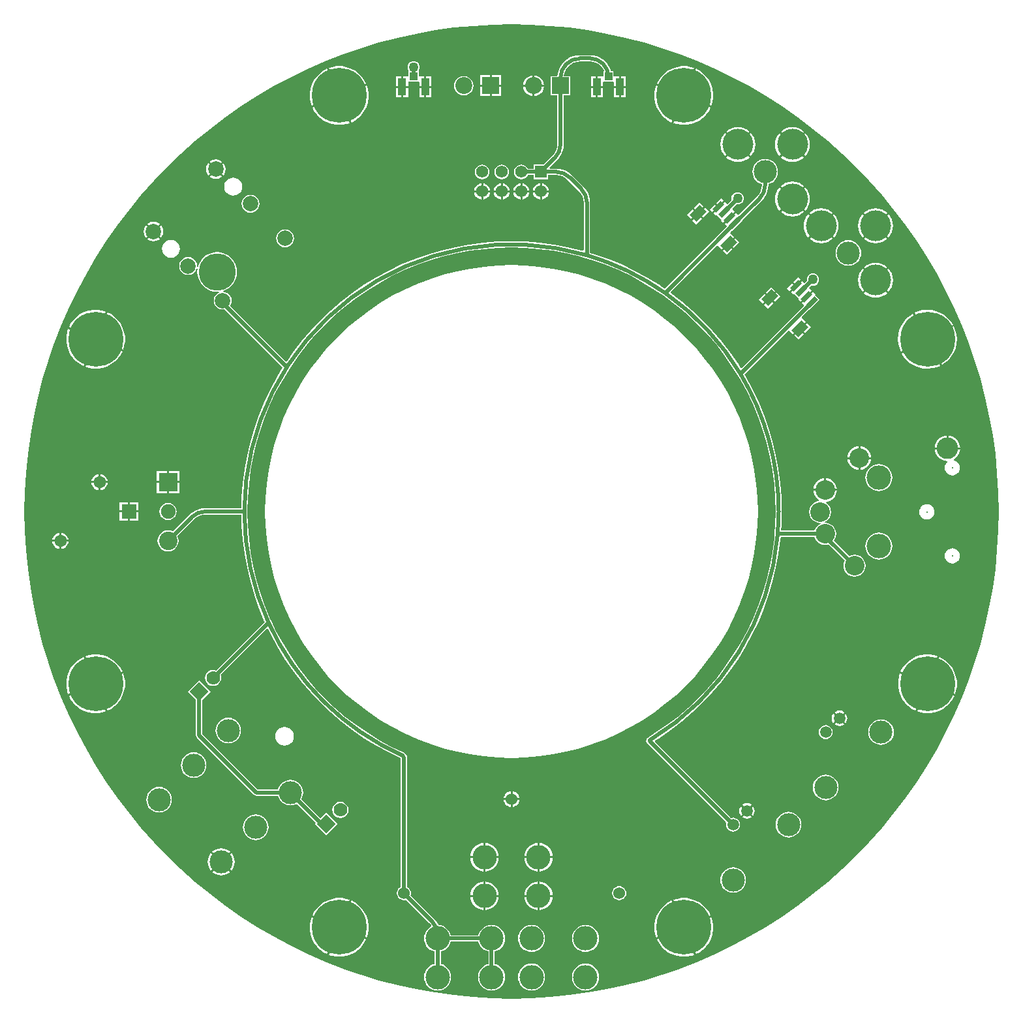
<source format=gtl>
G04*
G04 #@! TF.GenerationSoftware,Altium Limited,Altium Designer,20.2.6 (244)*
G04*
G04 Layer_Physical_Order=1*
G04 Layer_Color=25308*
%FSLAX25Y25*%
%MOIN*%
G70*
G04*
G04 #@! TF.SameCoordinates,0B2D2C80-7AF4-4F1A-9CF9-E7062EFAC0B4*
G04*
G04*
G04 #@! TF.FilePolarity,Positive*
G04*
G01*
G75*
%ADD13C,0.02000*%
G04:AMPARAMS|DCode=15|XSize=23.62mil|YSize=61.02mil|CornerRadius=0mil|HoleSize=0mil|Usage=FLASHONLY|Rotation=135.000|XOffset=0mil|YOffset=0mil|HoleType=Round|Shape=Rectangle|*
%AMROTATEDRECTD15*
4,1,4,0.02993,0.01322,-0.01322,-0.02993,-0.02993,-0.01322,0.01322,0.02993,0.02993,0.01322,0.0*
%
%ADD15ROTATEDRECTD15*%

G04:AMPARAMS|DCode=16|XSize=47.24mil|YSize=70.87mil|CornerRadius=0mil|HoleSize=0mil|Usage=FLASHONLY|Rotation=135.000|XOffset=0mil|YOffset=0mil|HoleType=Round|Shape=Rectangle|*
%AMROTATEDRECTD16*
4,1,4,0.04176,0.00835,-0.00835,-0.04176,-0.04176,-0.00835,0.00835,0.04176,0.04176,0.00835,0.0*
%
%ADD16ROTATEDRECTD16*%

%ADD17R,0.03937X0.04134*%
%ADD18R,0.04134X0.08661*%
%ADD25C,0.07000*%
%ADD48C,0.10000*%
%ADD49C,0.12500*%
%ADD50C,0.01000*%
%ADD51C,0.11000*%
%ADD52P,0.09900X4X90.0*%
%ADD53C,0.03000*%
%ADD54C,0.28000*%
%ADD55C,0.06000*%
%ADD56C,0.08661*%
%ADD57R,0.08661X0.08661*%
%ADD58C,0.15748*%
%ADD59C,0.11811*%
%ADD60C,0.07500*%
%ADD61C,0.09450*%
%ADD62R,0.09450X0.09450*%
%ADD63R,0.07500X0.07500*%
%ADD64C,0.06300*%
%ADD65C,0.05906*%
%ADD66C,0.00500*%
%ADD67C,0.07874*%
%ADD68C,0.19000*%
%ADD69C,0.06200*%
%ADD70R,0.06200X0.06200*%
%ADD71C,0.05000*%
G36*
X9772Y248706D02*
X19528Y248131D01*
X29255Y247173D01*
X38936Y245834D01*
X48558Y244115D01*
X58104Y242021D01*
X67561Y239553D01*
X76914Y236716D01*
X86148Y233514D01*
X95249Y229952D01*
X104204Y226035D01*
X112997Y221770D01*
X121617Y217162D01*
X130049Y212220D01*
X138280Y206951D01*
X146299Y201363D01*
X154091Y195464D01*
X161646Y189263D01*
X168952Y182771D01*
X175997Y175997D01*
X182771Y168952D01*
X189263Y161646D01*
X195464Y154091D01*
X201363Y146299D01*
X206951Y138280D01*
X212220Y130049D01*
X217162Y121617D01*
X221770Y112997D01*
X226035Y104204D01*
X229952Y95249D01*
X233514Y86148D01*
X236716Y76914D01*
X239553Y67561D01*
X242021Y58104D01*
X244115Y48558D01*
X245834Y38936D01*
X247173Y29255D01*
X248131Y19528D01*
X248706Y9772D01*
X248896Y89D01*
X248879Y0D01*
X248896Y-89D01*
X248706Y-9772D01*
X248131Y-19528D01*
X247173Y-29255D01*
X245834Y-38936D01*
X244115Y-48558D01*
X242021Y-58104D01*
X239553Y-67561D01*
X236716Y-76914D01*
X233514Y-86148D01*
X229952Y-95249D01*
X226035Y-104204D01*
X221770Y-112997D01*
X217162Y-121617D01*
X212220Y-130049D01*
X206951Y-138280D01*
X201363Y-146299D01*
X195464Y-154091D01*
X189263Y-161646D01*
X182771Y-168952D01*
X175997Y-175997D01*
X168952Y-182771D01*
X161646Y-189263D01*
X154091Y-195464D01*
X146299Y-201363D01*
X138280Y-206951D01*
X130049Y-212220D01*
X121617Y-217162D01*
X112997Y-221770D01*
X104204Y-226035D01*
X95249Y-229952D01*
X86148Y-233514D01*
X76914Y-236716D01*
X67561Y-239553D01*
X58104Y-242021D01*
X48558Y-244115D01*
X38936Y-245834D01*
X29255Y-247173D01*
X19528Y-248131D01*
X9772Y-248706D01*
X89Y-248896D01*
X0Y-248879D01*
X-89Y-248896D01*
X-9772Y-248706D01*
X-19528Y-248131D01*
X-29255Y-247173D01*
X-38936Y-245834D01*
X-48558Y-244115D01*
X-58104Y-242021D01*
X-67561Y-239553D01*
X-76914Y-236716D01*
X-86148Y-233514D01*
X-95249Y-229952D01*
X-104204Y-226035D01*
X-112997Y-221770D01*
X-121617Y-217162D01*
X-130049Y-212220D01*
X-138280Y-206951D01*
X-146299Y-201363D01*
X-154091Y-195464D01*
X-161646Y-189263D01*
X-168952Y-182771D01*
X-175997Y-175997D01*
X-182771Y-168952D01*
X-189263Y-161646D01*
X-195464Y-154091D01*
X-201363Y-146299D01*
X-206951Y-138280D01*
X-212220Y-130049D01*
X-217162Y-121617D01*
X-221770Y-112997D01*
X-226035Y-104204D01*
X-229952Y-95249D01*
X-233514Y-86148D01*
X-236716Y-76914D01*
X-239553Y-67561D01*
X-242021Y-58104D01*
X-244115Y-48558D01*
X-245834Y-38936D01*
X-247173Y-29255D01*
X-248131Y-19528D01*
X-248706Y-9772D01*
X-248896Y-89D01*
X-248879Y0D01*
X-248896Y89D01*
X-248706Y9772D01*
X-248131Y19528D01*
X-247173Y29255D01*
X-245834Y38936D01*
X-244115Y48558D01*
X-242021Y58104D01*
X-239553Y67561D01*
X-236716Y76914D01*
X-233514Y86148D01*
X-229952Y95249D01*
X-226035Y104204D01*
X-221770Y112997D01*
X-217162Y121617D01*
X-212220Y130049D01*
X-206951Y138280D01*
X-201363Y146299D01*
X-195464Y154091D01*
X-189263Y161646D01*
X-182771Y168952D01*
X-175997Y175997D01*
X-168952Y182771D01*
X-161646Y189263D01*
X-154091Y195464D01*
X-146299Y201363D01*
X-138280Y206951D01*
X-130049Y212220D01*
X-121617Y217162D01*
X-112997Y221770D01*
X-104204Y226035D01*
X-95249Y229952D01*
X-86148Y233514D01*
X-76914Y236716D01*
X-67561Y239553D01*
X-58104Y242021D01*
X-48558Y244115D01*
X-38936Y245834D01*
X-29255Y247173D01*
X-19528Y248131D01*
X-9772Y248706D01*
X-89Y248896D01*
X0Y248879D01*
X89Y248896D01*
X9772Y248706D01*
D02*
G37*
%LPC*%
G36*
X-50000Y230127D02*
X-50809Y230020D01*
X-51563Y229708D01*
X-52211Y229211D01*
X-52708Y228563D01*
X-53020Y227809D01*
X-53127Y227000D01*
X-53020Y226191D01*
X-52708Y225437D01*
X-52439Y225087D01*
X-52569Y224824D01*
X-52569D01*
Y222561D01*
X-52839Y222173D01*
X-53069Y222173D01*
X-55405D01*
Y217342D01*
X-52839D01*
Y219102D01*
X-52569Y219491D01*
X-52339Y219491D01*
X-47661D01*
X-47431Y219491D01*
X-47161Y219102D01*
Y217342D01*
X-44594D01*
Y222173D01*
X-46931D01*
X-47161Y222173D01*
X-47431Y222561D01*
Y224824D01*
X-47431D01*
X-47561Y225086D01*
X-47292Y225437D01*
X-46980Y226191D01*
X-46873Y227000D01*
X-46980Y227809D01*
X-47292Y228563D01*
X-47789Y229211D01*
X-48437Y229708D01*
X-49191Y230020D01*
X-50000Y230127D01*
D02*
G37*
G36*
X11720Y222811D02*
Y218000D01*
X16531D01*
X16414Y218892D01*
X15877Y220188D01*
X15022Y221302D01*
X13909Y222156D01*
X12612Y222693D01*
X11720Y222811D01*
D02*
G37*
G36*
X-5280Y222831D02*
X-10110D01*
Y218000D01*
X-5280D01*
Y222831D01*
D02*
G37*
G36*
X10720Y222811D02*
X9829Y222693D01*
X8532Y222156D01*
X7419Y221302D01*
X6564Y220188D01*
X6027Y218892D01*
X5910Y218000D01*
X10720D01*
Y222811D01*
D02*
G37*
G36*
X-11111Y222831D02*
X-15941D01*
Y218000D01*
X-11111D01*
Y222831D01*
D02*
G37*
G36*
X55905Y222173D02*
Y217342D01*
X58472D01*
Y222173D01*
X55905D01*
D02*
G37*
G36*
X35000Y233136D02*
X33180Y232993D01*
X31404Y232566D01*
X29717Y231868D01*
X28161Y230914D01*
X26772Y229728D01*
X25586Y228339D01*
X24632Y226783D01*
X23934Y225096D01*
X23507Y223320D01*
X23437Y222431D01*
X20069D01*
Y212569D01*
X23369D01*
Y187642D01*
X23383Y187569D01*
X23229Y186005D01*
X22752Y184431D01*
X21976Y182981D01*
X20979Y181766D01*
X20918Y181725D01*
X16393Y177200D01*
X11300D01*
Y175131D01*
X8329D01*
X8232Y175366D01*
X7639Y176139D01*
X6866Y176732D01*
X5966Y177105D01*
X5000Y177232D01*
X4034Y177105D01*
X3134Y176732D01*
X2361Y176139D01*
X1768Y175366D01*
X1395Y174466D01*
X1268Y173500D01*
X1395Y172534D01*
X1768Y171634D01*
X2361Y170861D01*
X3134Y170268D01*
X4034Y169895D01*
X5000Y169768D01*
X5966Y169895D01*
X6866Y170268D01*
X7639Y170861D01*
X8232Y171634D01*
X8329Y171869D01*
X11300D01*
Y169800D01*
X18700D01*
Y171869D01*
X22858D01*
X22931Y171883D01*
X24495Y171729D01*
X26069Y171252D01*
X27519Y170476D01*
X28734Y169480D01*
X28775Y169418D01*
X34418Y163775D01*
X34479Y163734D01*
X35476Y162519D01*
X36252Y161069D01*
X36729Y159495D01*
X36883Y157931D01*
X36869Y157858D01*
Y133493D01*
X36468Y133194D01*
X35755Y133405D01*
X28723Y135094D01*
X21611Y136412D01*
X14440Y137356D01*
X7230Y137923D01*
X0Y138112D01*
X-7230Y137923D01*
X-14440Y137356D01*
X-21611Y136412D01*
X-28723Y135094D01*
X-35755Y133405D01*
X-42690Y131351D01*
X-49508Y128937D01*
X-56190Y126169D01*
X-62718Y123055D01*
X-69074Y119604D01*
X-75241Y115825D01*
X-81201Y111729D01*
X-86939Y107326D01*
X-92439Y102628D01*
X-97685Y97650D01*
X-102664Y92403D01*
X-107361Y86904D01*
X-111764Y81166D01*
X-114840Y76691D01*
X-115338Y76645D01*
X-143830Y105137D01*
X-143591Y105447D01*
X-143134Y106550D01*
X-142978Y107735D01*
X-143134Y108919D01*
X-143591Y110023D01*
X-144319Y110971D01*
X-145266Y111698D01*
X-146370Y112155D01*
X-147341Y112283D01*
X-147383Y112793D01*
X-146510Y113057D01*
X-144756Y113995D01*
X-143218Y115257D01*
X-141956Y116795D01*
X-141018Y118550D01*
X-140440Y120454D01*
X-140245Y122434D01*
X-140440Y124414D01*
X-141018Y126318D01*
X-141956Y128072D01*
X-143218Y129610D01*
X-144756Y130872D01*
X-146510Y131810D01*
X-148414Y132387D01*
X-150394Y132582D01*
X-152374Y132387D01*
X-154278Y131810D01*
X-156033Y130872D01*
X-157570Y129610D01*
X-158833Y128072D01*
X-159770Y126318D01*
X-160234Y124790D01*
X-160724Y124896D01*
X-160656Y125412D01*
X-160812Y126597D01*
X-161269Y127700D01*
X-161996Y128648D01*
X-162944Y129376D01*
X-164048Y129833D01*
X-165232Y129989D01*
X-166417Y129833D01*
X-167520Y129376D01*
X-168468Y128648D01*
X-169195Y127700D01*
X-169652Y126597D01*
X-169808Y125412D01*
X-169652Y124228D01*
X-169195Y123124D01*
X-168468Y122177D01*
X-167520Y121449D01*
X-166417Y120992D01*
X-165232Y120836D01*
X-164048Y120992D01*
X-162944Y121449D01*
X-161996Y122177D01*
X-161269Y123124D01*
X-160886Y124049D01*
X-160396Y123926D01*
X-160543Y122434D01*
X-160348Y120454D01*
X-159770Y118550D01*
X-158833Y116795D01*
X-157570Y115257D01*
X-156033Y113995D01*
X-154278Y113057D01*
X-152374Y112480D01*
X-150394Y112285D01*
X-149526Y112370D01*
X-149403Y111880D01*
X-149843Y111698D01*
X-150790Y110971D01*
X-151518Y110023D01*
X-151975Y108919D01*
X-152131Y107735D01*
X-151975Y106550D01*
X-151518Y105447D01*
X-150790Y104499D01*
X-149843Y103772D01*
X-148739Y103314D01*
X-147555Y103159D01*
X-146592Y103285D01*
X-116868Y73561D01*
X-119640Y69038D01*
X-123091Y62682D01*
X-126205Y56154D01*
X-128972Y49472D01*
X-131387Y42654D01*
X-133441Y35720D01*
X-135129Y28687D01*
X-136447Y21575D01*
X-137391Y14405D01*
X-137959Y7194D01*
X-138104Y1631D01*
X-156358D01*
Y1636D01*
X-158178Y1493D01*
X-159953Y1066D01*
X-161640Y368D01*
X-163197Y-586D01*
X-164586Y-1772D01*
X-164582Y-1775D01*
X-173056Y-10249D01*
X-174110Y-9812D01*
X-175500Y-9629D01*
X-176890Y-9812D01*
X-178185Y-10349D01*
X-179298Y-11202D01*
X-180151Y-12315D01*
X-180688Y-13610D01*
X-180871Y-15000D01*
X-180688Y-16390D01*
X-180151Y-17685D01*
X-179298Y-18798D01*
X-178185Y-19651D01*
X-176890Y-20188D01*
X-175500Y-20371D01*
X-174110Y-20188D01*
X-172815Y-19651D01*
X-171702Y-18798D01*
X-170849Y-17685D01*
X-170312Y-16390D01*
X-170129Y-15000D01*
X-170312Y-13610D01*
X-170749Y-12556D01*
X-162275Y-4082D01*
X-162234Y-4021D01*
X-161019Y-3024D01*
X-159569Y-2248D01*
X-157995Y-1771D01*
X-156431Y-1617D01*
X-156358Y-1631D01*
X-138106D01*
X-137959Y-7266D01*
X-137391Y-14476D01*
X-136447Y-21647D01*
X-135129Y-28758D01*
X-133441Y-35791D01*
X-131387Y-42726D01*
X-128972Y-49543D01*
X-126205Y-56226D01*
X-126149Y-56342D01*
X-150993Y-81186D01*
X-151430Y-81006D01*
X-152500Y-80865D01*
X-153570Y-81006D01*
X-154568Y-81419D01*
X-155424Y-82076D01*
X-156081Y-82932D01*
X-156494Y-83930D01*
X-156635Y-85000D01*
X-156494Y-86070D01*
X-156081Y-87068D01*
X-155424Y-87924D01*
X-154568Y-88581D01*
X-153570Y-88994D01*
X-152500Y-89135D01*
X-151430Y-88994D01*
X-150432Y-88581D01*
X-149576Y-87924D01*
X-148919Y-87068D01*
X-148505Y-86070D01*
X-148365Y-85000D01*
X-148505Y-83930D01*
X-148686Y-83493D01*
X-124965Y-59772D01*
X-124472Y-59857D01*
X-123091Y-62754D01*
X-119640Y-69110D01*
X-115861Y-75276D01*
X-111764Y-81237D01*
X-107361Y-86975D01*
X-102664Y-92475D01*
X-97685Y-97721D01*
X-92439Y-102700D01*
X-86939Y-107397D01*
X-81201Y-111800D01*
X-75241Y-115896D01*
X-69074Y-119676D01*
X-62718Y-123127D01*
X-56631Y-126030D01*
Y-191779D01*
X-56815Y-191855D01*
X-57568Y-192432D01*
X-58145Y-193184D01*
X-58507Y-194060D01*
X-58631Y-195000D01*
X-58507Y-195940D01*
X-58145Y-196816D01*
X-57568Y-197568D01*
X-56815Y-198145D01*
X-55940Y-198507D01*
X-55000Y-198631D01*
X-54060Y-198507D01*
X-53876Y-198431D01*
X-41883Y-210425D01*
X-41820Y-210466D01*
X-40965Y-211508D01*
X-41016Y-212102D01*
X-41624Y-212427D01*
X-42667Y-213283D01*
X-43523Y-214326D01*
X-44159Y-215516D01*
X-44551Y-216807D01*
X-44683Y-218150D01*
X-44551Y-219493D01*
X-44159Y-220784D01*
X-43523Y-221974D01*
X-42667Y-223017D01*
X-41624Y-223873D01*
X-40434Y-224509D01*
X-39431Y-224813D01*
Y-231187D01*
X-40434Y-231491D01*
X-41624Y-232127D01*
X-42667Y-232983D01*
X-43523Y-234026D01*
X-44159Y-235216D01*
X-44551Y-236507D01*
X-44683Y-237850D01*
X-44551Y-239193D01*
X-44159Y-240484D01*
X-43523Y-241674D01*
X-42667Y-242717D01*
X-41624Y-243573D01*
X-40434Y-244209D01*
X-39143Y-244601D01*
X-37800Y-244733D01*
X-36457Y-244601D01*
X-35166Y-244209D01*
X-33976Y-243573D01*
X-32933Y-242717D01*
X-32077Y-241674D01*
X-31441Y-240484D01*
X-31049Y-239193D01*
X-30917Y-237850D01*
X-31049Y-236507D01*
X-31441Y-235216D01*
X-32077Y-234026D01*
X-32933Y-232983D01*
X-33976Y-232127D01*
X-35166Y-231491D01*
X-36169Y-231187D01*
Y-224813D01*
X-35166Y-224509D01*
X-33976Y-223873D01*
X-32933Y-223017D01*
X-32077Y-221974D01*
X-31441Y-220784D01*
X-31137Y-219781D01*
X-16863D01*
X-16559Y-220784D01*
X-15923Y-221974D01*
X-15067Y-223017D01*
X-14024Y-223873D01*
X-12834Y-224509D01*
X-11831Y-224813D01*
Y-231187D01*
X-12834Y-231491D01*
X-14024Y-232127D01*
X-15067Y-232983D01*
X-15923Y-234026D01*
X-16559Y-235216D01*
X-16951Y-236507D01*
X-17083Y-237850D01*
X-16951Y-239193D01*
X-16559Y-240484D01*
X-15923Y-241674D01*
X-15067Y-242717D01*
X-14024Y-243573D01*
X-12834Y-244209D01*
X-11543Y-244601D01*
X-10200Y-244733D01*
X-8857Y-244601D01*
X-7566Y-244209D01*
X-6376Y-243573D01*
X-5333Y-242717D01*
X-4477Y-241674D01*
X-3841Y-240484D01*
X-3449Y-239193D01*
X-3317Y-237850D01*
X-3449Y-236507D01*
X-3841Y-235216D01*
X-4477Y-234026D01*
X-5333Y-232983D01*
X-6376Y-232127D01*
X-7566Y-231491D01*
X-8569Y-231187D01*
Y-224813D01*
X-7566Y-224509D01*
X-6376Y-223873D01*
X-5333Y-223017D01*
X-4477Y-221974D01*
X-3841Y-220784D01*
X-3449Y-219493D01*
X-3317Y-218150D01*
X-3449Y-216807D01*
X-3841Y-215516D01*
X-4477Y-214326D01*
X-5333Y-213283D01*
X-6376Y-212427D01*
X-7566Y-211791D01*
X-8857Y-211399D01*
X-10200Y-211267D01*
X-11543Y-211399D01*
X-12834Y-211791D01*
X-14024Y-212427D01*
X-15067Y-213283D01*
X-15923Y-214326D01*
X-16559Y-215516D01*
X-16863Y-216519D01*
X-31137D01*
X-31441Y-215516D01*
X-32077Y-214326D01*
X-32933Y-213283D01*
X-33976Y-212427D01*
X-35166Y-211791D01*
X-36457Y-211399D01*
X-37327Y-211313D01*
X-37432Y-211060D01*
X-38386Y-209503D01*
X-39572Y-208114D01*
X-39575Y-208118D01*
X-51569Y-196124D01*
X-51493Y-195940D01*
X-51369Y-195000D01*
X-51493Y-194060D01*
X-51855Y-193184D01*
X-52432Y-192432D01*
X-53184Y-191855D01*
X-53369Y-191779D01*
Y-125765D01*
X-53385Y-125681D01*
X-53477Y-124986D01*
X-53777Y-124260D01*
X-54204Y-123704D01*
X-54252Y-123633D01*
X-54746Y-123302D01*
X-54746Y-123302D01*
X-54781Y-123279D01*
X-54820Y-123272D01*
X-55203Y-123110D01*
X-61242Y-120230D01*
X-67449Y-116860D01*
X-73470Y-113170D01*
X-79290Y-109170D01*
X-84893Y-104870D01*
X-90264Y-100284D01*
X-95387Y-95422D01*
X-100248Y-90299D01*
X-104835Y-84929D01*
X-109134Y-79326D01*
X-113134Y-73506D01*
X-116824Y-67484D01*
X-120194Y-61278D01*
X-122640Y-56149D01*
X-123235Y-54903D01*
X-125937Y-48379D01*
X-128295Y-41721D01*
X-130300Y-34950D01*
X-131949Y-28082D01*
X-133236Y-21138D01*
X-134158Y-14136D01*
X-134712Y-7096D01*
X-134895Y-127D01*
X-134869Y0D01*
X-134893Y118D01*
X-134712Y7024D01*
X-134158Y14065D01*
X-133236Y21067D01*
X-131949Y28011D01*
X-130300Y34878D01*
X-128295Y41650D01*
X-125937Y48307D01*
X-123235Y54832D01*
X-120194Y61206D01*
X-116824Y67413D01*
X-113134Y73435D01*
X-109134Y79255D01*
X-104835Y84858D01*
X-100248Y90228D01*
X-95387Y95351D01*
X-90264Y100212D01*
X-84893Y104799D01*
X-79290Y109098D01*
X-73470Y113099D01*
X-67449Y116789D01*
X-61242Y120158D01*
X-54868Y123199D01*
X-48343Y125901D01*
X-41686Y128259D01*
X-34914Y130265D01*
X-28047Y131913D01*
X-21102Y133201D01*
X-14101Y134122D01*
X-7060Y134677D01*
X0Y134861D01*
X7060Y134677D01*
X14101Y134122D01*
X21102Y133201D01*
X28047Y131913D01*
X34914Y130265D01*
X37881Y129386D01*
X41686Y128259D01*
X48343Y125901D01*
X54868Y123199D01*
X61242Y120158D01*
X67449Y116789D01*
X73470Y113099D01*
X77618Y110248D01*
X79290Y109098D01*
X84893Y104799D01*
X90264Y100212D01*
X95387Y95351D01*
X100248Y90228D01*
X104835Y84858D01*
X109134Y79255D01*
X113134Y73435D01*
X115623Y69373D01*
X116824Y67413D01*
X120194Y61206D01*
X123235Y54832D01*
X125937Y48307D01*
X128295Y41650D01*
X130300Y34878D01*
X131949Y28011D01*
X133236Y21067D01*
X134158Y14065D01*
X134712Y7024D01*
X134894Y87D01*
X134869Y-36D01*
X134894Y-158D01*
X134712Y-7096D01*
X134376Y-11363D01*
X134158Y-14136D01*
X133236Y-21138D01*
X131949Y-28082D01*
X130300Y-34950D01*
X128295Y-41721D01*
X125937Y-48379D01*
X123235Y-54903D01*
X120194Y-61278D01*
X116824Y-67484D01*
X113134Y-73506D01*
X109134Y-79326D01*
X104835Y-84929D01*
X100248Y-90299D01*
X95387Y-95422D01*
X90264Y-100284D01*
X84893Y-104870D01*
X79290Y-109170D01*
X73470Y-113170D01*
X69615Y-115532D01*
X69638Y-115570D01*
X69312Y-115789D01*
X68958Y-116318D01*
X68834Y-116942D01*
X68819Y-116942D01*
X69001Y-117856D01*
X69519Y-118631D01*
X69519Y-118631D01*
X69882Y-118974D01*
X109821Y-158912D01*
X109754Y-159072D01*
X109632Y-160000D01*
X109754Y-160927D01*
X110112Y-161792D01*
X110682Y-162534D01*
X111424Y-163103D01*
X112288Y-163461D01*
X113216Y-163583D01*
X114143Y-163461D01*
X115007Y-163103D01*
X115750Y-162534D01*
X116319Y-161792D01*
X116677Y-160927D01*
X116799Y-160000D01*
X116677Y-159073D01*
X116319Y-158208D01*
X115750Y-157466D01*
X115007Y-156897D01*
X114143Y-156539D01*
X113216Y-156417D01*
X112288Y-156539D01*
X112128Y-156605D01*
X73157Y-117634D01*
X73216Y-117138D01*
X75241Y-115896D01*
X81201Y-111800D01*
X86939Y-107397D01*
X92439Y-102700D01*
X97685Y-97721D01*
X102664Y-92475D01*
X107361Y-86975D01*
X111764Y-81237D01*
X115861Y-75276D01*
X119640Y-69110D01*
X123091Y-62754D01*
X126205Y-56226D01*
X128972Y-49543D01*
X131387Y-42726D01*
X133441Y-35791D01*
X135129Y-28758D01*
X136447Y-21647D01*
X137391Y-14476D01*
X137501Y-13081D01*
X154814D01*
X155308Y-14274D01*
X156206Y-15444D01*
X157376Y-16342D01*
X158738Y-16906D01*
X160200Y-17098D01*
X161662Y-16906D01*
X161971Y-16778D01*
X170238Y-25045D01*
X169744Y-26238D01*
X169552Y-27700D01*
X169744Y-29162D01*
X170308Y-30524D01*
X171206Y-31694D01*
X172376Y-32592D01*
X173738Y-33156D01*
X175200Y-33348D01*
X176662Y-33156D01*
X178024Y-32592D01*
X179194Y-31694D01*
X180092Y-30524D01*
X180656Y-29162D01*
X180848Y-27700D01*
X180656Y-26238D01*
X180092Y-24876D01*
X179194Y-23706D01*
X178024Y-22808D01*
X176662Y-22244D01*
X175200Y-22052D01*
X173738Y-22244D01*
X172545Y-22738D01*
X164653Y-14846D01*
X165092Y-14274D01*
X165656Y-12912D01*
X165848Y-11450D01*
X165656Y-9988D01*
X165092Y-8626D01*
X164194Y-7456D01*
X163024Y-6559D01*
X161662Y-5994D01*
X160200Y-5802D01*
X160078Y-5818D01*
X159947Y-5331D01*
X160524Y-5092D01*
X161694Y-4194D01*
X162592Y-3024D01*
X163156Y-1662D01*
X163348Y-200D01*
X163156Y1262D01*
X162592Y2624D01*
X161694Y3794D01*
X160687Y4566D01*
X160835Y5083D01*
X161376Y5137D01*
X162507Y5480D01*
X163550Y6037D01*
X164463Y6787D01*
X165213Y7700D01*
X165770Y8743D01*
X166113Y9874D01*
X166180Y10550D01*
X160200D01*
X154220D01*
X154287Y9874D01*
X154630Y8743D01*
X155187Y7700D01*
X155937Y6787D01*
X156851Y6037D01*
X157145Y5880D01*
X157051Y5363D01*
X156238Y5256D01*
X154876Y4692D01*
X153706Y3794D01*
X152809Y2624D01*
X152244Y1262D01*
X152052Y-200D01*
X152244Y-1662D01*
X152809Y-3024D01*
X153706Y-4194D01*
X154876Y-5092D01*
X156238Y-5656D01*
X157700Y-5848D01*
X157823Y-5832D01*
X157953Y-6319D01*
X157376Y-6559D01*
X156206Y-7456D01*
X155308Y-8626D01*
X154814Y-9819D01*
X138126D01*
X137787Y-9452D01*
X137959Y-7266D01*
X138148Y-36D01*
X137959Y7194D01*
X137391Y14405D01*
X136447Y21575D01*
X135129Y28687D01*
X133441Y35720D01*
X131387Y42654D01*
X128972Y49472D01*
X126205Y56154D01*
X123091Y62682D01*
X119640Y69038D01*
X119009Y70067D01*
X141344Y92401D01*
X142014Y92365D01*
X143773Y90606D01*
X146985Y93819D01*
X150198Y97031D01*
X148440Y98790D01*
X148174Y99055D01*
X148403Y99460D01*
X152139Y103197D01*
X152245Y103091D01*
X157409Y108255D01*
X154908Y110756D01*
X155191Y111038D01*
X154002Y112227D01*
X151137Y109362D01*
X148273Y106498D01*
X149196Y105575D01*
X149232Y104904D01*
X117542Y73213D01*
X117045Y73272D01*
X115861Y75205D01*
X111764Y81166D01*
X107361Y86904D01*
X102664Y92403D01*
X97685Y97650D01*
X92439Y102628D01*
X86939Y107326D01*
X81424Y111558D01*
X81331Y112172D01*
X104855Y135696D01*
X105260Y135925D01*
X105525Y135659D01*
X107284Y133901D01*
X110496Y137114D01*
X113709Y140326D01*
X111951Y142085D01*
X111685Y142350D01*
X111914Y142755D01*
X112693Y143534D01*
X112799Y143428D01*
X117962Y148592D01*
X117856Y148697D01*
X127805Y158647D01*
X127808Y158643D01*
X128994Y160032D01*
X129948Y161589D01*
X130647Y163275D01*
X131073Y165051D01*
X131216Y166871D01*
X131217D01*
X131345Y167318D01*
X132082Y167541D01*
X133212Y168145D01*
X134203Y168958D01*
X135016Y169949D01*
X135620Y171079D01*
X135992Y172305D01*
X136118Y173581D01*
X135992Y174856D01*
X135620Y176082D01*
X135016Y177212D01*
X134203Y178203D01*
X133212Y179016D01*
X132082Y179620D01*
X130856Y179992D01*
X129581Y180118D01*
X128305Y179992D01*
X127079Y179620D01*
X125949Y179016D01*
X124958Y178203D01*
X124145Y177212D01*
X123541Y176082D01*
X123169Y174856D01*
X123044Y173581D01*
X123169Y172305D01*
X123541Y171079D01*
X124145Y169949D01*
X124958Y168958D01*
X125949Y168145D01*
X127079Y167541D01*
X127949Y167277D01*
Y166871D01*
X127964Y166798D01*
X127810Y165234D01*
X127332Y163660D01*
X126557Y162210D01*
X125560Y160995D01*
X125498Y160953D01*
X116149Y151604D01*
X115744Y151375D01*
X114555Y152564D01*
X111690Y149700D01*
X108826Y146835D01*
X110015Y145646D01*
X109786Y145241D01*
X78281Y113736D01*
X75241Y115825D01*
X69074Y119604D01*
X62718Y123055D01*
X56190Y126169D01*
X49508Y128937D01*
X42690Y131351D01*
X40131Y132109D01*
Y157858D01*
X40136D01*
X39993Y159678D01*
X39566Y161453D01*
X38868Y163140D01*
X37914Y164697D01*
X36728Y166086D01*
X36725Y166083D01*
X31082Y171725D01*
X31086Y171728D01*
X29697Y172914D01*
X28140Y173868D01*
X26454Y174566D01*
X24678Y174993D01*
X22858Y175136D01*
Y175131D01*
X19592D01*
X19400Y175593D01*
X23225Y179418D01*
X23228Y179414D01*
X24414Y180803D01*
X25368Y182360D01*
X26066Y184046D01*
X26493Y185822D01*
X26636Y187642D01*
X26631D01*
Y212569D01*
X29931D01*
Y222431D01*
X27073D01*
X26738Y222801D01*
X26771Y223137D01*
X27248Y224711D01*
X28024Y226162D01*
X29067Y227433D01*
X30338Y228476D01*
X31789Y229252D01*
X33363Y229729D01*
X34927Y229883D01*
X35000Y229869D01*
X40157D01*
X40220Y229881D01*
X41665Y229739D01*
X43115Y229299D01*
X44452Y228585D01*
X45623Y227623D01*
X46584Y226452D01*
X47187Y225324D01*
X46931Y224824D01*
X46931D01*
Y222561D01*
X46661Y222173D01*
X46431Y222173D01*
X44094D01*
Y217342D01*
X46661D01*
Y219102D01*
X46931Y219491D01*
X47161Y219491D01*
X51839D01*
X52069Y219491D01*
X52339Y219102D01*
Y217342D01*
X54905D01*
Y222173D01*
X52569D01*
X52339Y222173D01*
X52069Y222561D01*
Y224824D01*
X50771D01*
X50597Y225549D01*
X49937Y227141D01*
X49038Y228609D01*
X47919Y229919D01*
X46609Y231037D01*
X45141Y231938D01*
X43549Y232597D01*
X41875Y232999D01*
X40157Y233134D01*
Y233131D01*
X35000D01*
Y233136D01*
D02*
G37*
G36*
X43095Y222173D02*
X40528D01*
Y217342D01*
X43095D01*
Y222173D01*
D02*
G37*
G36*
X-43595D02*
Y217342D01*
X-41028D01*
Y222173D01*
X-43595D01*
D02*
G37*
G36*
X-56406D02*
X-58972D01*
Y217342D01*
X-56406D01*
Y222173D01*
D02*
G37*
G36*
X89198Y227492D02*
X86837Y227492D01*
X84505Y227123D01*
X82259Y226393D01*
X80155Y225321D01*
X78245Y223934D01*
X76576Y222264D01*
X75188Y220354D01*
X74344Y218697D01*
X87747Y213145D01*
X93298Y226548D01*
X91530Y227123D01*
X89198Y227492D01*
D02*
G37*
G36*
X-89198D02*
X-91530Y227123D01*
X-93298Y226548D01*
X-87747Y213145D01*
X-74344Y218697D01*
X-75188Y220354D01*
X-76576Y222264D01*
X-78245Y223934D01*
X-80155Y225321D01*
X-82259Y226393D01*
X-84505Y227123D01*
X-86837Y227492D01*
X-89198Y227492D01*
D02*
G37*
G36*
X-24390Y222473D02*
X-25677Y222304D01*
X-26876Y221807D01*
X-27906Y221017D01*
X-28697Y219987D01*
X-29194Y218787D01*
X-29363Y217500D01*
X-29194Y216213D01*
X-28697Y215013D01*
X-27906Y213983D01*
X-26876Y213193D01*
X-25677Y212696D01*
X-24390Y212527D01*
X-23103Y212696D01*
X-21903Y213193D01*
X-20873Y213983D01*
X-20083Y215013D01*
X-19586Y216213D01*
X-19417Y217500D01*
X-19586Y218787D01*
X-20083Y219987D01*
X-20873Y221017D01*
X-21903Y221807D01*
X-23103Y222304D01*
X-24390Y222473D01*
D02*
G37*
G36*
X10720Y217000D02*
X5910D01*
X6027Y216108D01*
X6564Y214812D01*
X7419Y213698D01*
X8532Y212844D01*
X9829Y212306D01*
X10720Y212189D01*
Y217000D01*
D02*
G37*
G36*
X16531D02*
X11720D01*
Y212189D01*
X12612Y212306D01*
X13909Y212844D01*
X15022Y213698D01*
X15877Y214812D01*
X16414Y216108D01*
X16531Y217000D01*
D02*
G37*
G36*
X-5280D02*
X-10110D01*
Y212169D01*
X-5280D01*
Y217000D01*
D02*
G37*
G36*
X-11111D02*
X-15941D01*
Y212169D01*
X-11111D01*
Y217000D01*
D02*
G37*
G36*
X58472Y216342D02*
X55905D01*
Y211512D01*
X58472D01*
Y216342D01*
D02*
G37*
G36*
X54905D02*
X52339D01*
Y211512D01*
X54905D01*
Y216342D01*
D02*
G37*
G36*
X46661D02*
X44094D01*
Y211512D01*
X46661D01*
Y216342D01*
D02*
G37*
G36*
X43095D02*
X40528D01*
Y211512D01*
X43095D01*
Y216342D01*
D02*
G37*
G36*
X-41028D02*
X-43595D01*
Y211512D01*
X-41028D01*
Y216342D01*
D02*
G37*
G36*
X-44594D02*
X-47161D01*
Y211512D01*
X-44594D01*
Y216342D01*
D02*
G37*
G36*
X-52839D02*
X-55405D01*
Y211512D01*
X-52839D01*
Y216342D01*
D02*
G37*
G36*
X-56406D02*
X-58972D01*
Y211512D01*
X-56406D01*
Y216342D01*
D02*
G37*
G36*
X-94222Y226166D02*
X-95879Y225321D01*
X-97789Y223934D01*
X-99458Y222264D01*
X-100846Y220354D01*
X-101918Y218250D01*
X-102648Y216005D01*
X-103017Y213673D01*
X-103017Y211312D01*
X-102648Y208980D01*
X-102073Y207211D01*
X-88671Y212763D01*
X-94222Y226166D01*
D02*
G37*
G36*
X94222Y226166D02*
X88670Y212763D01*
X102073Y207211D01*
X102648Y208980D01*
X103017Y211312D01*
X103017Y213673D01*
X102648Y216005D01*
X101918Y218250D01*
X100846Y220354D01*
X99458Y222264D01*
X97789Y223934D01*
X95879Y225321D01*
X94222Y226166D01*
D02*
G37*
G36*
X73961Y217773D02*
X73387Y216005D01*
X73017Y213673D01*
X73017Y211312D01*
X73387Y208980D01*
X74116Y206734D01*
X75188Y204631D01*
X76576Y202720D01*
X78245Y201051D01*
X80155Y199663D01*
X81812Y198819D01*
X87364Y212222D01*
X73961Y217773D01*
D02*
G37*
G36*
X-73961Y217773D02*
X-87364Y212222D01*
X-81812Y198819D01*
X-80155Y199663D01*
X-78245Y201051D01*
X-76576Y202720D01*
X-75188Y204631D01*
X-74116Y206734D01*
X-73387Y208980D01*
X-73017Y211312D01*
X-73017Y213673D01*
X-73387Y216005D01*
X-73961Y217773D01*
D02*
G37*
G36*
X88288Y211839D02*
X82736Y198436D01*
X84505Y197862D01*
X86837Y197492D01*
X89198Y197492D01*
X91530Y197862D01*
X93775Y198591D01*
X95879Y199663D01*
X97789Y201051D01*
X99459Y202720D01*
X100846Y204631D01*
X101690Y206287D01*
X88288Y211839D01*
D02*
G37*
G36*
X-88288Y211839D02*
X-101690Y206287D01*
X-100846Y204631D01*
X-99459Y202720D01*
X-97789Y201051D01*
X-95879Y199663D01*
X-93775Y198591D01*
X-91530Y197862D01*
X-89198Y197492D01*
X-86837Y197492D01*
X-84505Y197862D01*
X-82736Y198436D01*
X-88288Y211839D01*
D02*
G37*
G36*
X143500Y196417D02*
X141760Y196246D01*
X140088Y195738D01*
X138546Y194914D01*
X137583Y194124D01*
X143500Y188207D01*
X149417Y194124D01*
X148454Y194914D01*
X146912Y195738D01*
X145240Y196246D01*
X143500Y196417D01*
D02*
G37*
G36*
X115661Y196417D02*
X113921Y196246D01*
X112249Y195738D01*
X110707Y194914D01*
X109744Y194124D01*
X115661Y188207D01*
X121578Y194124D01*
X120615Y194914D01*
X119073Y195738D01*
X117401Y196246D01*
X115661Y196417D01*
D02*
G37*
G36*
X136876Y193417D02*
X136086Y192454D01*
X135262Y190912D01*
X134754Y189240D01*
X134583Y187500D01*
X134754Y185760D01*
X135262Y184088D01*
X136086Y182546D01*
X136876Y181583D01*
X142793Y187500D01*
X136876Y193417D01*
D02*
G37*
G36*
X150124Y193417D02*
X144207Y187500D01*
X150124Y181583D01*
X150914Y182546D01*
X151738Y184088D01*
X152246Y185760D01*
X152417Y187500D01*
X152246Y189240D01*
X151738Y190912D01*
X150914Y192454D01*
X150124Y193417D01*
D02*
G37*
G36*
X109037Y193417D02*
X108247Y192454D01*
X107423Y190912D01*
X106915Y189240D01*
X106744Y187500D01*
X106915Y185760D01*
X107423Y184088D01*
X108247Y182546D01*
X109037Y181583D01*
X114954Y187500D01*
X109037Y193417D01*
D02*
G37*
G36*
X122285Y193417D02*
X116368Y187500D01*
X122285Y181583D01*
X123075Y182546D01*
X123899Y184088D01*
X124407Y185760D01*
X124578Y187500D01*
X124407Y189240D01*
X123899Y190912D01*
X123075Y192454D01*
X122285Y193417D01*
D02*
G37*
G36*
X143500Y186793D02*
X137583Y180876D01*
X138546Y180086D01*
X140088Y179262D01*
X141760Y178754D01*
X143500Y178583D01*
X145240Y178754D01*
X146912Y179262D01*
X148454Y180086D01*
X149417Y180876D01*
X143500Y186793D01*
D02*
G37*
G36*
X115661Y186793D02*
X109744Y180876D01*
X110707Y180086D01*
X112249Y179262D01*
X113921Y178754D01*
X115661Y178583D01*
X117401Y178754D01*
X119073Y179262D01*
X120615Y180086D01*
X121578Y180876D01*
X115661Y186793D01*
D02*
G37*
G36*
X-151090Y179890D02*
X-152379Y179720D01*
X-153580Y179222D01*
X-154211Y178738D01*
X-151090Y175617D01*
X-147969Y178738D01*
X-148600Y179222D01*
X-149801Y179720D01*
X-151090Y179890D01*
D02*
G37*
G36*
X-154918Y178031D02*
X-155403Y177400D01*
X-155900Y176199D01*
X-156070Y174910D01*
X-155900Y173621D01*
X-155403Y172420D01*
X-154918Y171789D01*
X-151797Y174910D01*
X-154918Y178031D01*
D02*
G37*
G36*
X-147262Y178031D02*
X-150383Y174910D01*
X-147262Y171789D01*
X-146778Y172420D01*
X-146280Y173621D01*
X-146110Y174910D01*
X-146280Y176199D01*
X-146778Y177400D01*
X-147262Y178031D01*
D02*
G37*
G36*
X-151090Y174203D02*
X-154211Y171082D01*
X-153580Y170597D01*
X-152379Y170100D01*
X-151090Y169930D01*
X-149801Y170100D01*
X-148600Y170597D01*
X-147969Y171082D01*
X-151090Y174203D01*
D02*
G37*
G36*
X-5000Y177232D02*
X-5966Y177105D01*
X-6866Y176732D01*
X-7639Y176139D01*
X-8232Y175366D01*
X-8605Y174466D01*
X-8732Y173500D01*
X-8605Y172534D01*
X-8232Y171634D01*
X-7639Y170861D01*
X-6866Y170268D01*
X-5966Y169895D01*
X-5000Y169768D01*
X-4034Y169895D01*
X-3134Y170268D01*
X-2361Y170861D01*
X-1768Y171634D01*
X-1395Y172534D01*
X-1268Y173500D01*
X-1395Y174466D01*
X-1768Y175366D01*
X-2361Y176139D01*
X-3134Y176732D01*
X-4034Y177105D01*
X-5000Y177232D01*
D02*
G37*
G36*
X-15000D02*
X-15966Y177105D01*
X-16866Y176732D01*
X-17639Y176139D01*
X-18232Y175366D01*
X-18605Y174466D01*
X-18732Y173500D01*
X-18605Y172534D01*
X-18232Y171634D01*
X-17639Y170861D01*
X-16866Y170268D01*
X-15966Y169895D01*
X-15000Y169768D01*
X-14034Y169895D01*
X-13134Y170268D01*
X-12361Y170861D01*
X-11768Y171634D01*
X-11395Y172534D01*
X-11268Y173500D01*
X-11395Y174466D01*
X-11768Y175366D01*
X-12361Y176139D01*
X-13134Y176732D01*
X-14034Y177105D01*
X-15000Y177232D01*
D02*
G37*
G36*
X5500Y167570D02*
Y164000D01*
X9070D01*
X8995Y164570D01*
X8581Y165568D01*
X7924Y166424D01*
X7068Y167081D01*
X6070Y167494D01*
X5500Y167570D01*
D02*
G37*
G36*
X15500D02*
Y164000D01*
X19070D01*
X18994Y164570D01*
X18581Y165568D01*
X17924Y166424D01*
X17068Y167081D01*
X16070Y167494D01*
X15500Y167570D01*
D02*
G37*
G36*
X-14500Y167570D02*
Y164000D01*
X-10931D01*
X-11005Y164570D01*
X-11419Y165568D01*
X-12076Y166424D01*
X-12932Y167081D01*
X-13930Y167494D01*
X-14500Y167570D01*
D02*
G37*
G36*
X-15500Y167569D02*
X-16070Y167494D01*
X-17068Y167081D01*
X-17924Y166424D01*
X-18581Y165568D01*
X-18994Y164570D01*
X-19070Y164000D01*
X-15500D01*
Y167569D01*
D02*
G37*
G36*
X14500D02*
X13930Y167494D01*
X12932Y167081D01*
X12076Y166424D01*
X11419Y165568D01*
X11005Y164570D01*
X10931Y164000D01*
X14500D01*
Y167569D01*
D02*
G37*
G36*
X4500Y167569D02*
X3930Y167494D01*
X2932Y167081D01*
X2076Y166424D01*
X1419Y165568D01*
X1005Y164570D01*
X931Y164000D01*
X4500D01*
Y167569D01*
D02*
G37*
G36*
X-4500Y167570D02*
Y164000D01*
X-931D01*
X-1005Y164570D01*
X-1419Y165568D01*
X-2076Y166424D01*
X-2932Y167081D01*
X-3930Y167494D01*
X-4500Y167570D01*
D02*
G37*
G36*
X-5500Y167569D02*
X-6070Y167494D01*
X-7068Y167081D01*
X-7924Y166424D01*
X-8581Y165568D01*
X-8995Y164570D01*
X-9070Y164000D01*
X-5500D01*
Y167569D01*
D02*
G37*
G36*
X-142182Y170641D02*
X-143383Y170483D01*
X-144501Y170020D01*
X-145462Y169282D01*
X-146200Y168321D01*
X-146663Y167202D01*
X-146821Y166001D01*
X-146663Y164801D01*
X-146200Y163682D01*
X-145462Y162721D01*
X-144501Y161983D01*
X-143383Y161520D01*
X-142182Y161362D01*
X-140981Y161520D01*
X-139862Y161983D01*
X-138901Y162721D01*
X-138164Y163682D01*
X-137700Y164801D01*
X-137542Y166001D01*
X-137700Y167202D01*
X-138164Y168321D01*
X-138901Y169282D01*
X-139862Y170020D01*
X-140981Y170483D01*
X-142182Y170641D01*
D02*
G37*
G36*
X143500Y168578D02*
X141760Y168407D01*
X140088Y167899D01*
X138546Y167075D01*
X137583Y166285D01*
X143500Y160368D01*
X149417Y166285D01*
X148454Y167075D01*
X146912Y167899D01*
X145240Y168407D01*
X143500Y168578D01*
D02*
G37*
G36*
X-5500Y163000D02*
X-9070D01*
X-8995Y162430D01*
X-8581Y161432D01*
X-7924Y160576D01*
X-7068Y159919D01*
X-6070Y159505D01*
X-5500Y159431D01*
Y163000D01*
D02*
G37*
G36*
X-15500Y163000D02*
X-19070D01*
X-18994Y162430D01*
X-18581Y161432D01*
X-17924Y160576D01*
X-17068Y159919D01*
X-16070Y159505D01*
X-15500Y159431D01*
Y163000D01*
D02*
G37*
G36*
X14500D02*
X10930D01*
X11005Y162430D01*
X11419Y161432D01*
X12076Y160576D01*
X12932Y159919D01*
X13930Y159505D01*
X14500Y159431D01*
Y163000D01*
D02*
G37*
G36*
X4500D02*
X930D01*
X1005Y162430D01*
X1419Y161432D01*
X2076Y160576D01*
X2932Y159919D01*
X3930Y159505D01*
X4500Y159431D01*
Y163000D01*
D02*
G37*
G36*
X-930Y163000D02*
X-4500D01*
Y159430D01*
X-3930Y159505D01*
X-2932Y159919D01*
X-2076Y160576D01*
X-1419Y161432D01*
X-1005Y162430D01*
X-930Y163000D01*
D02*
G37*
G36*
X9070Y163000D02*
X5500D01*
Y159430D01*
X6070Y159505D01*
X7068Y159919D01*
X7924Y160576D01*
X8581Y161432D01*
X8995Y162430D01*
X9070Y163000D01*
D02*
G37*
G36*
X19070D02*
X15500D01*
Y159430D01*
X16070Y159505D01*
X17068Y159919D01*
X17924Y160576D01*
X18581Y161432D01*
X18994Y162430D01*
X19070Y163000D01*
D02*
G37*
G36*
X-10930D02*
X-14500D01*
Y159430D01*
X-13930Y159505D01*
X-12932Y159919D01*
X-12076Y160576D01*
X-11419Y161432D01*
X-11005Y162430D01*
X-10930Y163000D01*
D02*
G37*
G36*
X115500Y163127D02*
X114691Y163020D01*
X113937Y162708D01*
X113289Y162211D01*
X112792Y161563D01*
X112480Y160809D01*
X112373Y160000D01*
X112480Y159191D01*
X112515Y159106D01*
X110581Y157172D01*
X110176Y156943D01*
X108987Y158132D01*
X106123Y155267D01*
X103258Y152403D01*
X104447Y151214D01*
X104730Y151497D01*
X107213Y149014D01*
X106930Y148731D01*
X108119Y147542D01*
X110983Y150407D01*
X113848Y153271D01*
X112925Y154194D01*
X112888Y154865D01*
X114967Y156944D01*
X115500Y156873D01*
X116309Y156980D01*
X117063Y157292D01*
X117711Y157789D01*
X118208Y158437D01*
X118520Y159191D01*
X118627Y160000D01*
X118520Y160809D01*
X118208Y161563D01*
X117711Y162211D01*
X117063Y162708D01*
X116309Y163020D01*
X115500Y163127D01*
D02*
G37*
G36*
X107092Y160028D02*
X104580Y157517D01*
X105769Y156328D01*
X108280Y158839D01*
X107092Y160028D01*
D02*
G37*
G36*
X136876Y165578D02*
X136086Y164615D01*
X135262Y163074D01*
X134754Y161401D01*
X134583Y159661D01*
X134754Y157922D01*
X135262Y156249D01*
X136086Y154707D01*
X136876Y153744D01*
X142793Y159661D01*
X136876Y165578D01*
D02*
G37*
G36*
X150124Y165578D02*
X144207Y159661D01*
X150124Y153744D01*
X150914Y154707D01*
X151738Y156249D01*
X152246Y157922D01*
X152417Y159661D01*
X152246Y161401D01*
X151738Y163074D01*
X150914Y164615D01*
X150124Y165578D01*
D02*
G37*
G36*
X103873Y156809D02*
X101362Y154298D01*
X102551Y153110D01*
X105062Y155621D01*
X103873Y156809D01*
D02*
G37*
G36*
X96095Y157940D02*
X93236Y155081D01*
X95260Y153057D01*
X98119Y155916D01*
X96095Y157940D01*
D02*
G37*
G36*
X-133412Y161808D02*
X-134597Y161652D01*
X-135701Y161195D01*
X-136648Y160468D01*
X-137375Y159520D01*
X-137833Y158417D01*
X-137989Y157232D01*
X-137833Y156048D01*
X-137375Y154944D01*
X-136648Y153996D01*
X-135701Y153269D01*
X-134597Y152812D01*
X-133412Y152656D01*
X-132228Y152812D01*
X-131124Y153269D01*
X-130177Y153996D01*
X-129449Y154944D01*
X-128992Y156048D01*
X-128836Y157232D01*
X-128992Y158417D01*
X-129449Y159520D01*
X-130177Y160468D01*
X-131124Y161195D01*
X-132228Y161652D01*
X-133412Y161808D01*
D02*
G37*
G36*
X143500Y158954D02*
X137583Y153037D01*
X138546Y152247D01*
X140088Y151423D01*
X141760Y150916D01*
X143500Y150744D01*
X145240Y150916D01*
X146912Y151423D01*
X148454Y152247D01*
X149417Y153037D01*
X143500Y158954D01*
D02*
G37*
G36*
X98826Y155209D02*
X95967Y152350D01*
X97991Y150326D01*
X100850Y153185D01*
X98826Y155209D01*
D02*
G37*
G36*
X92529Y154374D02*
X89670Y151515D01*
X91694Y149491D01*
X94553Y152350D01*
X92529Y154374D01*
D02*
G37*
G36*
X95260Y151643D02*
X92401Y148784D01*
X94425Y146760D01*
X97284Y149619D01*
X95260Y151643D01*
D02*
G37*
G36*
X158161Y154917D02*
X156421Y154746D01*
X154749Y154238D01*
X153207Y153414D01*
X152244Y152624D01*
X158161Y146707D01*
X164078Y152624D01*
X163115Y153414D01*
X161574Y154238D01*
X159901Y154746D01*
X158161Y154917D01*
D02*
G37*
G36*
X186000Y154917D02*
X184260Y154746D01*
X182588Y154238D01*
X181046Y153414D01*
X180083Y152624D01*
X186000Y146707D01*
X191917Y152624D01*
X190954Y153414D01*
X189412Y154238D01*
X187740Y154746D01*
X186000Y154917D01*
D02*
G37*
G36*
X-182910Y148070D02*
X-184199Y147900D01*
X-185400Y147403D01*
X-186031Y146918D01*
X-182910Y143797D01*
X-179789Y146918D01*
X-180420Y147403D01*
X-181621Y147900D01*
X-182910Y148070D01*
D02*
G37*
G36*
X151537Y151917D02*
X150747Y150954D01*
X149923Y149412D01*
X149416Y147740D01*
X149244Y146000D01*
X149416Y144260D01*
X149923Y142588D01*
X150747Y141046D01*
X151537Y140083D01*
X157454Y146000D01*
X151537Y151917D01*
D02*
G37*
G36*
X179376Y151917D02*
X178586Y150954D01*
X177762Y149412D01*
X177254Y147740D01*
X177083Y146000D01*
X177254Y144260D01*
X177762Y142588D01*
X178586Y141046D01*
X179376Y140083D01*
X185293Y146000D01*
X179376Y151917D01*
D02*
G37*
G36*
X164785Y151917D02*
X158868Y146000D01*
X164785Y140083D01*
X165575Y141046D01*
X166399Y142588D01*
X166907Y144260D01*
X167078Y146000D01*
X166907Y147740D01*
X166399Y149412D01*
X165575Y150954D01*
X164785Y151917D01*
D02*
G37*
G36*
X192624Y151917D02*
X186707Y146000D01*
X192624Y140083D01*
X193414Y141046D01*
X194238Y142588D01*
X194746Y144260D01*
X194917Y146000D01*
X194746Y147740D01*
X194238Y149412D01*
X193414Y150954D01*
X192624Y151917D01*
D02*
G37*
G36*
X-179082Y146211D02*
X-182203Y143090D01*
X-179082Y139969D01*
X-178597Y140600D01*
X-178100Y141801D01*
X-177930Y143090D01*
X-178100Y144379D01*
X-178597Y145580D01*
X-179082Y146211D01*
D02*
G37*
G36*
X-186738Y146211D02*
X-187222Y145580D01*
X-187720Y144379D01*
X-187890Y143090D01*
X-187720Y141801D01*
X-187222Y140600D01*
X-186738Y139969D01*
X-183617Y143090D01*
X-186738Y146211D01*
D02*
G37*
G36*
X-182910Y142383D02*
X-186031Y139262D01*
X-185400Y138778D01*
X-184199Y138280D01*
X-182910Y138110D01*
X-181621Y138280D01*
X-180420Y138778D01*
X-179789Y139262D01*
X-182910Y142383D01*
D02*
G37*
G36*
X186000Y145293D02*
X180083Y139376D01*
X181046Y138586D01*
X182588Y137762D01*
X184260Y137254D01*
X186000Y137083D01*
X187740Y137254D01*
X189412Y137762D01*
X190954Y138586D01*
X191917Y139376D01*
X186000Y145293D01*
D02*
G37*
G36*
X158161Y145293D02*
X152244Y139376D01*
X153207Y138586D01*
X154749Y137762D01*
X156421Y137254D01*
X158161Y137083D01*
X159901Y137254D01*
X161574Y137762D01*
X163115Y138586D01*
X164078Y139376D01*
X158161Y145293D01*
D02*
G37*
G36*
X-115735Y144131D02*
X-116919Y143975D01*
X-118023Y143518D01*
X-118971Y142790D01*
X-119698Y141843D01*
X-120155Y140739D01*
X-120311Y139555D01*
X-120155Y138370D01*
X-119698Y137267D01*
X-118971Y136319D01*
X-118023Y135591D01*
X-116919Y135134D01*
X-115735Y134978D01*
X-114550Y135134D01*
X-113447Y135591D01*
X-112499Y136319D01*
X-111772Y137267D01*
X-111314Y138370D01*
X-111159Y139555D01*
X-111314Y140739D01*
X-111772Y141843D01*
X-112499Y142790D01*
X-113447Y143518D01*
X-114550Y143975D01*
X-115735Y144131D01*
D02*
G37*
G36*
X114416Y139619D02*
X111557Y136760D01*
X113581Y134736D01*
X116440Y137595D01*
X114416Y139619D01*
D02*
G37*
G36*
X110850Y136053D02*
X107991Y133194D01*
X110015Y131170D01*
X112874Y134029D01*
X110850Y136053D01*
D02*
G37*
G36*
X-174002Y138821D02*
X-175202Y138663D01*
X-176321Y138200D01*
X-177282Y137462D01*
X-178020Y136502D01*
X-178483Y135382D01*
X-178641Y134182D01*
X-178483Y132981D01*
X-178020Y131862D01*
X-177282Y130901D01*
X-176321Y130164D01*
X-175202Y129700D01*
X-174002Y129542D01*
X-172801Y129700D01*
X-171682Y130164D01*
X-170721Y130901D01*
X-169983Y131862D01*
X-169520Y132981D01*
X-169362Y134182D01*
X-169520Y135382D01*
X-169983Y136502D01*
X-170721Y137462D01*
X-171682Y138200D01*
X-172801Y138663D01*
X-174002Y138821D01*
D02*
G37*
G36*
X172081Y138618D02*
X170805Y138492D01*
X169579Y138120D01*
X168449Y137516D01*
X167458Y136703D01*
X166645Y135712D01*
X166041Y134582D01*
X165669Y133356D01*
X165544Y132081D01*
X165669Y130805D01*
X166041Y129579D01*
X166645Y128449D01*
X167458Y127458D01*
X168449Y126645D01*
X169579Y126041D01*
X170805Y125669D01*
X172081Y125544D01*
X173356Y125669D01*
X174582Y126041D01*
X175712Y126645D01*
X176703Y127458D01*
X177516Y128449D01*
X178120Y129579D01*
X178492Y130805D01*
X178618Y132081D01*
X178492Y133356D01*
X178120Y134582D01*
X177516Y135712D01*
X176703Y136703D01*
X175712Y137516D01*
X174582Y138120D01*
X173356Y138492D01*
X172081Y138618D01*
D02*
G37*
G36*
X186000Y127078D02*
X184260Y126907D01*
X182588Y126399D01*
X181046Y125575D01*
X180083Y124785D01*
X186000Y118868D01*
X191917Y124785D01*
X190954Y125575D01*
X189412Y126399D01*
X187740Y126907D01*
X186000Y127078D01*
D02*
G37*
G36*
X154000Y121627D02*
X153191Y121520D01*
X152437Y121208D01*
X151789Y120711D01*
X151292Y120063D01*
X150980Y119309D01*
X150873Y118500D01*
X150969Y117776D01*
X150028Y116835D01*
X149623Y116606D01*
X148434Y117795D01*
X145570Y114930D01*
X142705Y112066D01*
X143894Y110877D01*
X144177Y111160D01*
X146660Y108677D01*
X146377Y108394D01*
X147566Y107205D01*
X150430Y110070D01*
X153295Y112934D01*
X152106Y114123D01*
X152335Y114528D01*
X153276Y115469D01*
X154000Y115373D01*
X154809Y115480D01*
X155563Y115792D01*
X156211Y116289D01*
X156708Y116937D01*
X157020Y117691D01*
X157127Y118500D01*
X157020Y119309D01*
X156708Y120063D01*
X156211Y120711D01*
X155563Y121208D01*
X154809Y121520D01*
X154000Y121627D01*
D02*
G37*
G36*
X146538Y119691D02*
X144027Y117180D01*
X145216Y115991D01*
X147727Y118502D01*
X146538Y119691D01*
D02*
G37*
G36*
X143320Y116473D02*
X140809Y113962D01*
X141998Y112773D01*
X144509Y115284D01*
X143320Y116473D01*
D02*
G37*
G36*
X179376Y124078D02*
X178586Y123115D01*
X177762Y121573D01*
X177254Y119901D01*
X177083Y118161D01*
X177254Y116421D01*
X177762Y114749D01*
X178586Y113207D01*
X179376Y112244D01*
X185293Y118161D01*
X179376Y124078D01*
D02*
G37*
G36*
X192624Y124078D02*
X186707Y118161D01*
X192624Y112244D01*
X193414Y113207D01*
X194238Y114749D01*
X194746Y116421D01*
X194917Y118161D01*
X194746Y119901D01*
X194238Y121573D01*
X193414Y123115D01*
X192624Y124078D01*
D02*
G37*
G36*
X132723Y114784D02*
X129864Y111925D01*
X131888Y109901D01*
X134747Y112760D01*
X132723Y114784D01*
D02*
G37*
G36*
X186000Y117454D02*
X180083Y111537D01*
X181046Y110747D01*
X182588Y109923D01*
X184260Y109415D01*
X186000Y109244D01*
X187740Y109415D01*
X189412Y109923D01*
X190954Y110747D01*
X191917Y111537D01*
X186000Y117454D01*
D02*
G37*
G36*
X135454Y112053D02*
X132595Y109194D01*
X134619Y107170D01*
X137478Y110029D01*
X135454Y112053D01*
D02*
G37*
G36*
X129157Y111218D02*
X126298Y108359D01*
X128322Y106335D01*
X131181Y109194D01*
X129157Y111218D01*
D02*
G37*
G36*
X131888Y108487D02*
X129029Y105628D01*
X131053Y103604D01*
X133912Y106463D01*
X131888Y108487D01*
D02*
G37*
G36*
X150905Y96324D02*
X148046Y93465D01*
X150070Y91441D01*
X152929Y94300D01*
X150905Y96324D01*
D02*
G37*
G36*
X212370Y103063D02*
X210018Y102859D01*
X207726Y102289D01*
X206014Y101563D01*
X212705Y88691D01*
X225577Y95382D01*
X224593Y96960D01*
X223045Y98743D01*
X221237Y100261D01*
X219214Y101479D01*
X217025Y102365D01*
X214725Y102897D01*
X212370Y103063D01*
D02*
G37*
G36*
X-211312Y103017D02*
X-213673Y103017D01*
X-216005Y102648D01*
X-218250Y101918D01*
X-220354Y100846D01*
X-222264Y99458D01*
X-223934Y97789D01*
X-225321Y95879D01*
X-226166Y94222D01*
X-212763Y88670D01*
X-207211Y102073D01*
X-208980Y102648D01*
X-211312Y103017D01*
D02*
G37*
G36*
X147339Y92758D02*
X144480Y89899D01*
X146504Y87875D01*
X149363Y90734D01*
X147339Y92758D01*
D02*
G37*
G36*
X-206287Y101690D02*
X-211839Y88288D01*
X-198436Y82736D01*
X-197862Y84505D01*
X-197492Y86837D01*
X-197492Y89198D01*
X-197862Y91530D01*
X-198591Y93775D01*
X-199663Y95879D01*
X-201051Y97789D01*
X-202720Y99459D01*
X-204631Y100846D01*
X-206287Y101690D01*
D02*
G37*
G36*
X205127Y101102D02*
X203550Y100118D01*
X201767Y98570D01*
X200248Y96762D01*
X199031Y94739D01*
X198145Y92550D01*
X197613Y90250D01*
X197446Y87895D01*
X197651Y85543D01*
X198221Y83251D01*
X198946Y81539D01*
X211818Y88230D01*
X205127Y101102D01*
D02*
G37*
G36*
X226038Y94495D02*
X213166Y87804D01*
X219858Y74932D01*
X221435Y75917D01*
X223218Y77465D01*
X224737Y79273D01*
X225954Y81296D01*
X226840Y83484D01*
X227372Y85785D01*
X227538Y88140D01*
X227334Y90492D01*
X226764Y92783D01*
X226038Y94495D01*
D02*
G37*
G36*
X-226548Y93298D02*
X-227123Y91530D01*
X-227492Y89198D01*
X-227492Y86837D01*
X-227123Y84505D01*
X-226393Y82259D01*
X-225321Y80155D01*
X-223934Y78245D01*
X-222264Y76576D01*
X-220354Y75188D01*
X-218697Y74344D01*
X-213145Y87747D01*
X-226548Y93298D01*
D02*
G37*
G36*
X-212222Y87364D02*
X-217773Y73961D01*
X-216005Y73387D01*
X-213673Y73017D01*
X-211312Y73017D01*
X-208980Y73387D01*
X-206734Y74116D01*
X-204631Y75188D01*
X-202720Y76576D01*
X-201051Y78245D01*
X-199663Y80155D01*
X-198819Y81812D01*
X-212222Y87364D01*
D02*
G37*
G36*
X212279Y87343D02*
X199407Y80652D01*
X200392Y79074D01*
X201940Y77292D01*
X203748Y75773D01*
X205771Y74556D01*
X207959Y73670D01*
X210260Y73137D01*
X212615Y72971D01*
X214967Y73176D01*
X217258Y73746D01*
X218970Y74471D01*
X212279Y87343D01*
D02*
G37*
G36*
X223200Y38782D02*
Y32800D01*
X229182D01*
X229106Y33574D01*
X228734Y34800D01*
X228131Y35929D01*
X227319Y36918D01*
X226329Y37731D01*
X225200Y38334D01*
X223974Y38706D01*
X223200Y38782D01*
D02*
G37*
G36*
X222200Y38782D02*
X221426Y38706D01*
X220201Y38334D01*
X219071Y37731D01*
X218082Y36918D01*
X217269Y35929D01*
X216666Y34800D01*
X216294Y33574D01*
X216218Y32800D01*
X222200D01*
Y38782D01*
D02*
G37*
G36*
X178200Y33280D02*
Y27800D01*
X183680D01*
X183613Y28476D01*
X183270Y29607D01*
X182713Y30650D01*
X181963Y31563D01*
X181050Y32313D01*
X180007Y32870D01*
X178876Y33213D01*
X178200Y33280D01*
D02*
G37*
G36*
X177200Y33280D02*
X176524Y33213D01*
X175393Y32870D01*
X174351Y32313D01*
X173437Y31563D01*
X172687Y30650D01*
X172130Y29607D01*
X171787Y28476D01*
X171720Y27800D01*
X177200D01*
Y33280D01*
D02*
G37*
G36*
X183680Y26800D02*
X178200D01*
Y21320D01*
X178876Y21387D01*
X180007Y21730D01*
X181050Y22287D01*
X181963Y23037D01*
X182713Y23950D01*
X183270Y24993D01*
X183613Y26124D01*
X183680Y26800D01*
D02*
G37*
G36*
X177200D02*
X171720D01*
X171787Y26124D01*
X172130Y24993D01*
X172687Y23950D01*
X173437Y23037D01*
X174351Y22287D01*
X175393Y21730D01*
X176524Y21387D01*
X177200Y21320D01*
Y26800D01*
D02*
G37*
G36*
X229182Y31800D02*
X222700D01*
X216218D01*
X216294Y31026D01*
X216666Y29801D01*
X217269Y28671D01*
X218082Y27682D01*
X219071Y26869D01*
X220201Y26266D01*
X221426Y25894D01*
X222589Y25780D01*
X222727Y25494D01*
X222748Y25271D01*
X222454Y25046D01*
X221837Y24242D01*
X221449Y23305D01*
X221317Y22300D01*
X221449Y21295D01*
X221837Y20358D01*
X222454Y19554D01*
X223258Y18937D01*
X224195Y18549D01*
X225200Y18417D01*
X226205Y18549D01*
X227142Y18937D01*
X227946Y19554D01*
X228563Y20358D01*
X228951Y21295D01*
X229083Y22300D01*
X228951Y23305D01*
X228563Y24242D01*
X227946Y25046D01*
X227142Y25663D01*
X226205Y26051D01*
X225927Y26087D01*
X225833Y26604D01*
X226329Y26869D01*
X227319Y27682D01*
X228131Y28671D01*
X228734Y29801D01*
X229106Y31026D01*
X229182Y31800D01*
D02*
G37*
G36*
X-210000Y19120D02*
Y15500D01*
X-206380D01*
X-206457Y16083D01*
X-206875Y17093D01*
X-207540Y17960D01*
X-208407Y18625D01*
X-209417Y19043D01*
X-210000Y19120D01*
D02*
G37*
G36*
X-211000Y19120D02*
X-211583Y19043D01*
X-212593Y18625D01*
X-213460Y17960D01*
X-214125Y17093D01*
X-214543Y16083D01*
X-214620Y15500D01*
X-211000D01*
Y19120D01*
D02*
G37*
G36*
X-169775Y20725D02*
X-175000D01*
Y15500D01*
X-169775D01*
Y20725D01*
D02*
G37*
G36*
X-176000D02*
X-181225D01*
Y15500D01*
X-176000D01*
Y20725D01*
D02*
G37*
G36*
X160700Y17030D02*
Y11550D01*
X166180D01*
X166113Y12226D01*
X165770Y13357D01*
X165213Y14399D01*
X164463Y15313D01*
X163550Y16063D01*
X162507Y16620D01*
X161376Y16963D01*
X160700Y17030D01*
D02*
G37*
G36*
X159700Y17030D02*
X159024Y16963D01*
X157893Y16620D01*
X156851Y16063D01*
X155937Y15313D01*
X155187Y14399D01*
X154630Y13357D01*
X154287Y12226D01*
X154220Y11550D01*
X159700D01*
Y17030D01*
D02*
G37*
G36*
X-211000Y14500D02*
X-214620D01*
X-214543Y13917D01*
X-214125Y12907D01*
X-213460Y12040D01*
X-212593Y11375D01*
X-211583Y10957D01*
X-211000Y10880D01*
Y14500D01*
D02*
G37*
G36*
X-206380D02*
X-210000D01*
Y10880D01*
X-209417Y10957D01*
X-208407Y11375D01*
X-207540Y12040D01*
X-206875Y12907D01*
X-206457Y13917D01*
X-206380Y14500D01*
D02*
G37*
G36*
X187700Y24183D02*
X186357Y24051D01*
X185066Y23659D01*
X183876Y23023D01*
X182833Y22167D01*
X181977Y21124D01*
X181341Y19934D01*
X180949Y18643D01*
X180817Y17300D01*
X180949Y15957D01*
X181341Y14666D01*
X181977Y13476D01*
X182833Y12433D01*
X183876Y11577D01*
X185066Y10941D01*
X186357Y10549D01*
X187700Y10417D01*
X189043Y10549D01*
X190334Y10941D01*
X191524Y11577D01*
X192567Y12433D01*
X193423Y13476D01*
X194059Y14666D01*
X194451Y15957D01*
X194583Y17300D01*
X194451Y18643D01*
X194059Y19934D01*
X193423Y21124D01*
X192567Y22167D01*
X191524Y23023D01*
X190334Y23659D01*
X189043Y24051D01*
X187700Y24183D01*
D02*
G37*
G36*
X-169775Y14500D02*
X-175000D01*
Y9275D01*
X-169775D01*
Y14500D01*
D02*
G37*
G36*
X-176000D02*
X-181225D01*
Y9275D01*
X-176000D01*
Y14500D01*
D02*
G37*
G36*
X-190750Y4750D02*
X-195000D01*
Y500D01*
X-190750D01*
Y4750D01*
D02*
G37*
G36*
X-196000D02*
X-200250D01*
Y500D01*
X-196000D01*
Y4750D01*
D02*
G37*
G36*
X212200Y3683D02*
X211195Y3551D01*
X210258Y3163D01*
X209454Y2546D01*
X208837Y1742D01*
X208449Y805D01*
X208317Y-200D01*
X208449Y-1205D01*
X208837Y-2142D01*
X209454Y-2946D01*
X210258Y-3563D01*
X211195Y-3951D01*
X212200Y-4083D01*
X213205Y-3951D01*
X214142Y-3563D01*
X214946Y-2946D01*
X215563Y-2142D01*
X215951Y-1205D01*
X216083Y-200D01*
X215951Y805D01*
X215563Y1742D01*
X214946Y2546D01*
X214142Y3163D01*
X213205Y3551D01*
X212200Y3683D01*
D02*
G37*
G36*
X-175500Y4388D02*
X-176636Y4238D01*
X-177694Y3800D01*
X-178603Y3102D01*
X-179300Y2194D01*
X-179738Y1135D01*
X-179887Y-0D01*
X-179738Y-1136D01*
X-179300Y-2194D01*
X-178603Y-3102D01*
X-177694Y-3800D01*
X-176636Y-4238D01*
X-175500Y-4388D01*
X-174364Y-4238D01*
X-173306Y-3800D01*
X-172397Y-3102D01*
X-171700Y-2194D01*
X-171262Y-1136D01*
X-171113Y-0D01*
X-171262Y1135D01*
X-171700Y2194D01*
X-172397Y3102D01*
X-173306Y3800D01*
X-174364Y4238D01*
X-175500Y4388D01*
D02*
G37*
G36*
X-190750Y-500D02*
X-195000D01*
Y-4750D01*
X-190750D01*
Y-500D01*
D02*
G37*
G36*
X-196000D02*
X-200250D01*
Y-4750D01*
X-196000D01*
Y-500D01*
D02*
G37*
G36*
X-230000Y-10880D02*
Y-14500D01*
X-226380D01*
X-226457Y-13917D01*
X-226875Y-12907D01*
X-227540Y-12040D01*
X-228407Y-11375D01*
X-229417Y-10957D01*
X-230000Y-10880D01*
D02*
G37*
G36*
X-231000D02*
X-231583Y-10957D01*
X-232593Y-11375D01*
X-233460Y-12040D01*
X-234125Y-12907D01*
X-234543Y-13917D01*
X-234620Y-14500D01*
X-231000D01*
Y-10880D01*
D02*
G37*
G36*
X-230500Y-15000D02*
D01*
D01*
D01*
D02*
G37*
G36*
X-226380Y-15500D02*
X-230000D01*
Y-19120D01*
X-229417Y-19043D01*
X-228407Y-18625D01*
X-227540Y-17960D01*
X-226875Y-17093D01*
X-226457Y-16083D01*
X-226380Y-15500D01*
D02*
G37*
G36*
X-231000D02*
X-234620D01*
X-234543Y-16083D01*
X-234125Y-17093D01*
X-233460Y-17960D01*
X-232593Y-18625D01*
X-231583Y-19043D01*
X-231000Y-19120D01*
Y-15500D01*
D02*
G37*
G36*
X187700Y-10817D02*
X186357Y-10949D01*
X185066Y-11341D01*
X183876Y-11977D01*
X182833Y-12833D01*
X181977Y-13876D01*
X181341Y-15066D01*
X180949Y-16357D01*
X180817Y-17700D01*
X180949Y-19043D01*
X181341Y-20334D01*
X181977Y-21524D01*
X182833Y-22567D01*
X183876Y-23423D01*
X185066Y-24059D01*
X186357Y-24451D01*
X187700Y-24583D01*
X189043Y-24451D01*
X190334Y-24059D01*
X191524Y-23423D01*
X192567Y-22567D01*
X193423Y-21524D01*
X194059Y-20334D01*
X194451Y-19043D01*
X194583Y-17700D01*
X194451Y-16357D01*
X194059Y-15066D01*
X193423Y-13876D01*
X192567Y-12833D01*
X191524Y-11977D01*
X190334Y-11341D01*
X189043Y-10949D01*
X187700Y-10817D01*
D02*
G37*
G36*
X225200Y-18817D02*
X224195Y-18949D01*
X223258Y-19337D01*
X222454Y-19954D01*
X221837Y-20758D01*
X221449Y-21695D01*
X221317Y-22700D01*
X221449Y-23705D01*
X221837Y-24642D01*
X222454Y-25446D01*
X223258Y-26063D01*
X224195Y-26451D01*
X225200Y-26583D01*
X226205Y-26451D01*
X227142Y-26063D01*
X227946Y-25446D01*
X228563Y-24642D01*
X228951Y-23705D01*
X229083Y-22700D01*
X228951Y-21695D01*
X228563Y-20758D01*
X227946Y-19954D01*
X227142Y-19337D01*
X226205Y-18949D01*
X225200Y-18817D01*
D02*
G37*
G36*
X213673Y-73017D02*
X211312Y-73017D01*
X208980Y-73387D01*
X206734Y-74116D01*
X204631Y-75188D01*
X202720Y-76576D01*
X201051Y-78245D01*
X199663Y-80155D01*
X198819Y-81812D01*
X212222Y-87364D01*
X217773Y-73961D01*
X216005Y-73387D01*
X213673Y-73017D01*
D02*
G37*
G36*
X-213673D02*
X-216005Y-73387D01*
X-217773Y-73961D01*
X-212222Y-87364D01*
X-198819Y-81812D01*
X-199663Y-80155D01*
X-201051Y-78245D01*
X-202720Y-76576D01*
X-204631Y-75188D01*
X-206734Y-74116D01*
X-208980Y-73387D01*
X-211312Y-73017D01*
X-213673Y-73017D01*
D02*
G37*
G36*
X218697Y-74344D02*
X213146Y-87747D01*
X226548Y-93298D01*
X227123Y-91530D01*
X227492Y-89198D01*
X227492Y-86837D01*
X227123Y-84505D01*
X226393Y-82259D01*
X225321Y-80155D01*
X223934Y-78245D01*
X222264Y-76576D01*
X220354Y-75188D01*
X218697Y-74344D01*
D02*
G37*
G36*
X-218697Y-74344D02*
X-220354Y-75188D01*
X-222264Y-76576D01*
X-223934Y-78245D01*
X-225321Y-80155D01*
X-226393Y-82259D01*
X-227123Y-84505D01*
X-227492Y-86837D01*
X-227492Y-89198D01*
X-227123Y-91530D01*
X-226548Y-93298D01*
X-213145Y-87747D01*
X-218697Y-74344D01*
D02*
G37*
G36*
X-198436Y-82736D02*
X-211839Y-88288D01*
X-206287Y-101690D01*
X-204631Y-100846D01*
X-202720Y-99459D01*
X-201051Y-97789D01*
X-199663Y-95879D01*
X-198591Y-93775D01*
X-197862Y-91530D01*
X-197492Y-89198D01*
X-197492Y-86837D01*
X-197862Y-84505D01*
X-198436Y-82736D01*
D02*
G37*
G36*
X198436Y-82736D02*
X197862Y-84505D01*
X197492Y-86837D01*
X197492Y-89198D01*
X197862Y-91530D01*
X198591Y-93775D01*
X199663Y-95879D01*
X201051Y-97789D01*
X202720Y-99459D01*
X204631Y-100846D01*
X206287Y-101690D01*
X211839Y-88288D01*
X198436Y-82736D01*
D02*
G37*
G36*
X212763Y-88670D02*
X207211Y-102073D01*
X208980Y-102648D01*
X211312Y-103017D01*
X213673Y-103017D01*
X216005Y-102648D01*
X218250Y-101918D01*
X220354Y-100846D01*
X222264Y-99458D01*
X223934Y-97789D01*
X225321Y-95879D01*
X226166Y-94222D01*
X212763Y-88670D01*
D02*
G37*
G36*
X-212763Y-88670D02*
X-226166Y-94222D01*
X-225321Y-95879D01*
X-223934Y-97789D01*
X-222264Y-99458D01*
X-220354Y-100846D01*
X-218250Y-101918D01*
X-216005Y-102648D01*
X-213673Y-103017D01*
X-211312Y-103017D01*
X-208980Y-102648D01*
X-207211Y-102073D01*
X-212763Y-88670D01*
D02*
G37*
G36*
X167571Y-101658D02*
X166539Y-101794D01*
X165578Y-102192D01*
X165152Y-102519D01*
X167571Y-104938D01*
X169990Y-102518D01*
X169564Y-102192D01*
X168603Y-101794D01*
X167571Y-101658D01*
D02*
G37*
G36*
X164445Y-103226D02*
X164118Y-103651D01*
X163720Y-104613D01*
X163584Y-105645D01*
X163720Y-106676D01*
X164118Y-107638D01*
X164445Y-108064D01*
X166864Y-105645D01*
X164445Y-103226D01*
D02*
G37*
G36*
X170697Y-103226D02*
X168278Y-105645D01*
X170697Y-108064D01*
X171024Y-107638D01*
X171422Y-106676D01*
X171558Y-105645D01*
X171422Y-104613D01*
X171024Y-103651D01*
X170697Y-103226D01*
D02*
G37*
G36*
X167571Y-106352D02*
X165152Y-108771D01*
X165578Y-109097D01*
X166539Y-109496D01*
X167571Y-109632D01*
X168603Y-109496D01*
X169564Y-109097D01*
X169990Y-108771D01*
X167571Y-106352D01*
D02*
G37*
G36*
X160500Y-109132D02*
X159573Y-109255D01*
X158708Y-109612D01*
X157966Y-110182D01*
X157397Y-110924D01*
X157039Y-111788D01*
X156917Y-112716D01*
X157039Y-113643D01*
X157397Y-114507D01*
X157966Y-115250D01*
X158708Y-115819D01*
X159573Y-116177D01*
X160500Y-116299D01*
X161427Y-116177D01*
X162292Y-115819D01*
X163034Y-115250D01*
X163603Y-114507D01*
X163961Y-113643D01*
X164083Y-112716D01*
X163961Y-111788D01*
X163603Y-110924D01*
X163034Y-110182D01*
X162292Y-109612D01*
X161427Y-109255D01*
X160500Y-109132D01*
D02*
G37*
G36*
X-144735Y-105362D02*
X-146010Y-105488D01*
X-147237Y-105859D01*
X-148367Y-106464D01*
X-149357Y-107276D01*
X-150171Y-108267D01*
X-150775Y-109397D01*
X-151147Y-110624D01*
X-151272Y-111899D01*
X-151147Y-113174D01*
X-150775Y-114400D01*
X-150171Y-115531D01*
X-149357Y-116521D01*
X-148367Y-117334D01*
X-147237Y-117938D01*
X-146010Y-118310D01*
X-144735Y-118436D01*
X-143460Y-118310D01*
X-142234Y-117938D01*
X-141103Y-117334D01*
X-140113Y-116521D01*
X-139300Y-115531D01*
X-138696Y-114400D01*
X-138324Y-113174D01*
X-138198Y-111899D01*
X-138324Y-110624D01*
X-138696Y-109397D01*
X-139300Y-108267D01*
X-140113Y-107276D01*
X-141103Y-106464D01*
X-142234Y-105859D01*
X-143460Y-105488D01*
X-144735Y-105362D01*
D02*
G37*
G36*
X188784Y-106179D02*
X187509Y-106304D01*
X186283Y-106676D01*
X185152Y-107280D01*
X184162Y-108093D01*
X183349Y-109084D01*
X182745Y-110214D01*
X182373Y-111441D01*
X182247Y-112716D01*
X182373Y-113991D01*
X182745Y-115217D01*
X183349Y-116348D01*
X184162Y-117338D01*
X185152Y-118151D01*
X186283Y-118755D01*
X187509Y-119127D01*
X188784Y-119253D01*
X190060Y-119127D01*
X191286Y-118755D01*
X192416Y-118151D01*
X193407Y-117338D01*
X194220Y-116348D01*
X194824Y-115217D01*
X195196Y-113991D01*
X195321Y-112716D01*
X195196Y-111441D01*
X194824Y-110214D01*
X194220Y-109084D01*
X193407Y-108093D01*
X192416Y-107280D01*
X191286Y-106676D01*
X190060Y-106304D01*
X188784Y-106179D01*
D02*
G37*
G36*
X-115978Y-110103D02*
X-117213Y-110266D01*
X-118365Y-110743D01*
X-119354Y-111501D01*
X-120113Y-112490D01*
X-120590Y-113642D01*
X-120752Y-114878D01*
X-120590Y-116113D01*
X-120113Y-117265D01*
X-119354Y-118254D01*
X-118365Y-119013D01*
X-117213Y-119490D01*
X-115978Y-119652D01*
X-114742Y-119490D01*
X-113590Y-119013D01*
X-112601Y-118254D01*
X-111843Y-117265D01*
X-111366Y-116113D01*
X-111203Y-114878D01*
X-111366Y-113642D01*
X-111843Y-112490D01*
X-112601Y-111501D01*
X-113590Y-110743D01*
X-114742Y-110266D01*
X-115978Y-110103D01*
D02*
G37*
G36*
X0Y125875D02*
X-7058Y125677D01*
X-14094Y125084D01*
X-21085Y124097D01*
X-28010Y122719D01*
X-34847Y120956D01*
X-41574Y118812D01*
X-48170Y116294D01*
X-54615Y113410D01*
X-60888Y110169D01*
X-66970Y106582D01*
X-72840Y102659D01*
X-78482Y98413D01*
X-83877Y93858D01*
X-89007Y89007D01*
X-93858Y83877D01*
X-98413Y78482D01*
X-102659Y72840D01*
X-106582Y66970D01*
X-110169Y60888D01*
X-113410Y54615D01*
X-116294Y48170D01*
X-118812Y41574D01*
X-120956Y34847D01*
X-122719Y28010D01*
X-124097Y21085D01*
X-125084Y14094D01*
X-125677Y7058D01*
X-125875Y0D01*
X-125677Y-7058D01*
X-125084Y-14094D01*
X-124097Y-21085D01*
X-122719Y-28010D01*
X-120956Y-34847D01*
X-118812Y-41574D01*
X-116294Y-48170D01*
X-113410Y-54615D01*
X-110169Y-60888D01*
X-106582Y-66970D01*
X-102659Y-72840D01*
X-98413Y-78482D01*
X-93858Y-83877D01*
X-89007Y-89007D01*
X-83877Y-93858D01*
X-78482Y-98413D01*
X-72840Y-102659D01*
X-66970Y-106582D01*
X-60888Y-110169D01*
X-54615Y-113410D01*
X-48170Y-116294D01*
X-41574Y-118812D01*
X-34847Y-120956D01*
X-28010Y-122719D01*
X-21085Y-124097D01*
X-14094Y-125084D01*
X-7058Y-125677D01*
X0Y-125875D01*
X7058Y-125677D01*
X14094Y-125084D01*
X21085Y-124097D01*
X28010Y-122719D01*
X34847Y-120956D01*
X41574Y-118812D01*
X48170Y-116294D01*
X54615Y-113410D01*
X60888Y-110169D01*
X66970Y-106582D01*
X72840Y-102659D01*
X78482Y-98413D01*
X83877Y-93858D01*
X89007Y-89007D01*
X93858Y-83877D01*
X98413Y-78482D01*
X102659Y-72840D01*
X106582Y-66970D01*
X110169Y-60888D01*
X113410Y-54615D01*
X116294Y-48170D01*
X118812Y-41574D01*
X120956Y-34847D01*
X122719Y-28010D01*
X124097Y-21085D01*
X125084Y-14094D01*
X125677Y-7058D01*
X125875Y0D01*
X125677Y7058D01*
X125084Y14094D01*
X124097Y21085D01*
X122719Y28010D01*
X120956Y34847D01*
X118812Y41574D01*
X116294Y48170D01*
X113410Y54615D01*
X110169Y60888D01*
X106582Y66970D01*
X102659Y72840D01*
X98413Y78482D01*
X93858Y83877D01*
X89007Y89007D01*
X83877Y93858D01*
X78482Y98413D01*
X72840Y102659D01*
X66970Y106582D01*
X60888Y110169D01*
X54615Y113410D01*
X48170Y116294D01*
X41574Y118812D01*
X34847Y120956D01*
X28010Y122719D01*
X21085Y124097D01*
X14094Y125084D01*
X7058Y125677D01*
X0Y125875D01*
D02*
G37*
G36*
X-162413Y-123040D02*
X-163688Y-123165D01*
X-164914Y-123537D01*
X-166045Y-124141D01*
X-167035Y-124954D01*
X-167848Y-125945D01*
X-168452Y-127075D01*
X-168824Y-128301D01*
X-168950Y-129577D01*
X-168824Y-130852D01*
X-168452Y-132078D01*
X-167848Y-133208D01*
X-167035Y-134199D01*
X-166045Y-135012D01*
X-164914Y-135616D01*
X-163688Y-135988D01*
X-162413Y-136114D01*
X-161137Y-135988D01*
X-159911Y-135616D01*
X-158781Y-135012D01*
X-157791Y-134199D01*
X-156977Y-133208D01*
X-156373Y-132078D01*
X-156001Y-130852D01*
X-155876Y-129577D01*
X-156001Y-128301D01*
X-156373Y-127075D01*
X-156977Y-125945D01*
X-157791Y-124954D01*
X-158781Y-124141D01*
X-159911Y-123537D01*
X-161137Y-123165D01*
X-162413Y-123040D01*
D02*
G37*
G36*
X500Y-143031D02*
Y-146500D01*
X3969D01*
X3897Y-145956D01*
X3494Y-144983D01*
X2853Y-144147D01*
X2017Y-143506D01*
X1044Y-143103D01*
X500Y-143031D01*
D02*
G37*
G36*
X-500D02*
X-1044Y-143103D01*
X-2017Y-143506D01*
X-2853Y-144147D01*
X-3494Y-144983D01*
X-3897Y-145956D01*
X-3969Y-146500D01*
X-500D01*
Y-143031D01*
D02*
G37*
G36*
X160500Y-134463D02*
X159225Y-134589D01*
X157998Y-134961D01*
X156868Y-135565D01*
X155878Y-136378D01*
X155065Y-137368D01*
X154461Y-138498D01*
X154089Y-139725D01*
X153963Y-141000D01*
X154089Y-142275D01*
X154461Y-143502D01*
X155065Y-144632D01*
X155878Y-145622D01*
X156868Y-146435D01*
X157998Y-147039D01*
X159225Y-147411D01*
X160500Y-147537D01*
X161775Y-147411D01*
X163002Y-147039D01*
X164132Y-146435D01*
X165122Y-145622D01*
X165935Y-144632D01*
X166539Y-143502D01*
X166911Y-142275D01*
X167037Y-141000D01*
X166911Y-139725D01*
X166539Y-138498D01*
X165935Y-137368D01*
X165122Y-136378D01*
X164132Y-135565D01*
X163002Y-134961D01*
X161775Y-134589D01*
X160500Y-134463D01*
D02*
G37*
G36*
X3969Y-147500D02*
X500D01*
Y-150969D01*
X1044Y-150897D01*
X2017Y-150494D01*
X2853Y-149853D01*
X3494Y-149017D01*
X3897Y-148044D01*
X3969Y-147500D01*
D02*
G37*
G36*
X-500D02*
X-3969D01*
X-3897Y-148044D01*
X-3494Y-149017D01*
X-2853Y-149853D01*
X-2017Y-150494D01*
X-1044Y-150897D01*
X-500Y-150969D01*
Y-147500D01*
D02*
G37*
G36*
X120287Y-148942D02*
X119255Y-149078D01*
X118293Y-149476D01*
X117868Y-149803D01*
X120287Y-152222D01*
X122706Y-149803D01*
X122280Y-149476D01*
X121319Y-149078D01*
X120287Y-148942D01*
D02*
G37*
G36*
X-180090Y-140717D02*
X-181366Y-140843D01*
X-182592Y-141215D01*
X-183722Y-141819D01*
X-184713Y-142632D01*
X-185526Y-143623D01*
X-186130Y-144753D01*
X-186502Y-145979D01*
X-186627Y-147254D01*
X-186502Y-148530D01*
X-186130Y-149756D01*
X-185526Y-150886D01*
X-184713Y-151877D01*
X-183722Y-152690D01*
X-182592Y-153294D01*
X-181366Y-153666D01*
X-180090Y-153791D01*
X-178815Y-153666D01*
X-177589Y-153294D01*
X-176459Y-152690D01*
X-175468Y-151877D01*
X-174655Y-150886D01*
X-174051Y-149756D01*
X-173679Y-148530D01*
X-173554Y-147254D01*
X-173679Y-145979D01*
X-174051Y-144753D01*
X-174655Y-143623D01*
X-175468Y-142632D01*
X-176459Y-141819D01*
X-177589Y-141215D01*
X-178815Y-140843D01*
X-180090Y-140717D01*
D02*
G37*
G36*
X123413Y-150510D02*
X120994Y-152929D01*
X123413Y-155348D01*
X123740Y-154922D01*
X124138Y-153961D01*
X124274Y-152929D01*
X124138Y-151897D01*
X123740Y-150935D01*
X123413Y-150510D01*
D02*
G37*
G36*
X117161Y-150510D02*
X116834Y-150935D01*
X116436Y-151897D01*
X116300Y-152929D01*
X116436Y-153961D01*
X116834Y-154922D01*
X117161Y-155348D01*
X119580Y-152929D01*
X117161Y-150510D01*
D02*
G37*
G36*
X-87500Y-148365D02*
X-88570Y-148505D01*
X-89568Y-148919D01*
X-90424Y-149576D01*
X-91081Y-150432D01*
X-91495Y-151430D01*
X-91635Y-152500D01*
X-91495Y-153570D01*
X-91081Y-154568D01*
X-90424Y-155424D01*
X-89568Y-156081D01*
X-88570Y-156494D01*
X-87500Y-156635D01*
X-86430Y-156494D01*
X-85432Y-156081D01*
X-84576Y-155424D01*
X-83919Y-154568D01*
X-83505Y-153570D01*
X-83365Y-152500D01*
X-83505Y-151430D01*
X-83919Y-150432D01*
X-84576Y-149576D01*
X-85432Y-148919D01*
X-86430Y-148505D01*
X-87500Y-148365D01*
D02*
G37*
G36*
X120287Y-153636D02*
X117868Y-156055D01*
X118293Y-156382D01*
X119255Y-156780D01*
X120287Y-156916D01*
X121319Y-156780D01*
X122280Y-156382D01*
X122706Y-156055D01*
X120287Y-153636D01*
D02*
G37*
G36*
X-159571Y-86273D02*
X-165369Y-92071D01*
X-161202Y-96238D01*
Y-114429D01*
X-161078Y-115053D01*
X-160725Y-115583D01*
X-131518Y-144789D01*
X-130989Y-145142D01*
X-130365Y-145267D01*
X-119302D01*
X-119038Y-146137D01*
X-118434Y-147267D01*
X-117621Y-148258D01*
X-116631Y-149071D01*
X-115500Y-149675D01*
X-114274Y-150047D01*
X-112999Y-150172D01*
X-111724Y-150047D01*
X-110497Y-149675D01*
X-109695Y-149246D01*
X-99870Y-159071D01*
X-100369Y-159571D01*
X-94571Y-165369D01*
X-88773Y-159571D01*
X-94571Y-153773D01*
X-97563Y-156764D01*
X-107388Y-146939D01*
X-106959Y-146137D01*
X-106588Y-144911D01*
X-106462Y-143635D01*
X-106588Y-142360D01*
X-106959Y-141134D01*
X-107564Y-140003D01*
X-108377Y-139013D01*
X-109367Y-138200D01*
X-110497Y-137596D01*
X-111724Y-137224D01*
X-112999Y-137098D01*
X-114274Y-137224D01*
X-115500Y-137596D01*
X-116631Y-138200D01*
X-117621Y-139013D01*
X-118434Y-140003D01*
X-119038Y-141134D01*
X-119302Y-142004D01*
X-129689D01*
X-157940Y-113753D01*
Y-96238D01*
X-153773Y-92071D01*
X-159571Y-86273D01*
D02*
G37*
G36*
X141500Y-153463D02*
X140225Y-153589D01*
X138998Y-153961D01*
X137868Y-154565D01*
X136878Y-155378D01*
X136065Y-156368D01*
X135461Y-157498D01*
X135089Y-158725D01*
X134963Y-160000D01*
X135089Y-161275D01*
X135461Y-162502D01*
X136065Y-163632D01*
X136878Y-164622D01*
X137868Y-165435D01*
X138998Y-166039D01*
X140225Y-166411D01*
X141500Y-166537D01*
X142775Y-166411D01*
X144002Y-166039D01*
X145132Y-165435D01*
X146122Y-164622D01*
X146935Y-163632D01*
X147539Y-162502D01*
X147911Y-161275D01*
X148037Y-160000D01*
X147911Y-158725D01*
X147539Y-157498D01*
X146935Y-156368D01*
X146122Y-155378D01*
X145132Y-154565D01*
X144002Y-153961D01*
X142775Y-153589D01*
X141500Y-153463D01*
D02*
G37*
G36*
X-130677Y-154776D02*
X-131952Y-154901D01*
X-133178Y-155273D01*
X-134308Y-155877D01*
X-135299Y-156691D01*
X-136112Y-157681D01*
X-136716Y-158811D01*
X-137088Y-160038D01*
X-137214Y-161313D01*
X-137088Y-162588D01*
X-136716Y-163814D01*
X-136112Y-164945D01*
X-135299Y-165935D01*
X-134308Y-166748D01*
X-133178Y-167352D01*
X-131952Y-167724D01*
X-130677Y-167850D01*
X-129401Y-167724D01*
X-128175Y-167352D01*
X-127045Y-166748D01*
X-126054Y-165935D01*
X-125241Y-164945D01*
X-124637Y-163814D01*
X-124265Y-162588D01*
X-124140Y-161313D01*
X-124265Y-160038D01*
X-124637Y-158811D01*
X-125241Y-157681D01*
X-126054Y-156691D01*
X-127045Y-155877D01*
X-128175Y-155273D01*
X-129401Y-154901D01*
X-130677Y-154776D01*
D02*
G37*
G36*
X-13300Y-169414D02*
Y-176150D01*
X-6564D01*
X-6655Y-175229D01*
X-7069Y-173862D01*
X-7743Y-172603D01*
X-8649Y-171499D01*
X-9753Y-170593D01*
X-11012Y-169920D01*
X-12379Y-169505D01*
X-13300Y-169414D01*
D02*
G37*
G36*
X-14300Y-169414D02*
X-15221Y-169505D01*
X-16588Y-169920D01*
X-17847Y-170593D01*
X-18951Y-171499D01*
X-19857Y-172603D01*
X-20530Y-173862D01*
X-20945Y-175229D01*
X-21036Y-176150D01*
X-14300D01*
Y-169414D01*
D02*
G37*
G36*
X14300Y-169414D02*
Y-176150D01*
X21036D01*
X20945Y-175229D01*
X20530Y-173862D01*
X19857Y-172603D01*
X18951Y-171499D01*
X17847Y-170593D01*
X16588Y-169920D01*
X15221Y-169505D01*
X14300Y-169414D01*
D02*
G37*
G36*
X13300Y-169414D02*
X12379Y-169505D01*
X11012Y-169920D01*
X9753Y-170593D01*
X8649Y-171499D01*
X7743Y-172603D01*
X7069Y-173862D01*
X6655Y-175229D01*
X6564Y-176150D01*
X13300D01*
Y-169414D01*
D02*
G37*
G36*
X-148354Y-172052D02*
X-149708Y-172185D01*
X-151010Y-172580D01*
X-152209Y-173221D01*
X-152872Y-173765D01*
X-148354Y-178283D01*
X-143836Y-173765D01*
X-144499Y-173221D01*
X-145699Y-172580D01*
X-147001Y-172185D01*
X-148354Y-172052D01*
D02*
G37*
G36*
X-143129Y-174472D02*
X-147647Y-178990D01*
X-143129Y-183509D01*
X-142585Y-182846D01*
X-141944Y-181646D01*
X-141549Y-180344D01*
X-141415Y-178990D01*
X-141549Y-177637D01*
X-141944Y-176335D01*
X-142585Y-175136D01*
X-143129Y-174472D01*
D02*
G37*
G36*
X-153579Y-174472D02*
X-154124Y-175136D01*
X-154765Y-176335D01*
X-155160Y-177637D01*
X-155293Y-178990D01*
X-155160Y-180344D01*
X-154765Y-181646D01*
X-154124Y-182846D01*
X-153579Y-183509D01*
X-149061Y-178990D01*
X-153579Y-174472D01*
D02*
G37*
G36*
X13300Y-177150D02*
X6564D01*
X6655Y-178071D01*
X7069Y-179438D01*
X7743Y-180697D01*
X8649Y-181801D01*
X9753Y-182707D01*
X11012Y-183380D01*
X12379Y-183795D01*
X13300Y-183886D01*
Y-177150D01*
D02*
G37*
G36*
X-14300Y-177150D02*
X-21036D01*
X-20945Y-178071D01*
X-20530Y-179438D01*
X-19857Y-180697D01*
X-18951Y-181801D01*
X-17847Y-182707D01*
X-16588Y-183380D01*
X-15221Y-183795D01*
X-14300Y-183886D01*
Y-177150D01*
D02*
G37*
G36*
X-6564D02*
X-13300D01*
Y-183886D01*
X-12379Y-183795D01*
X-11012Y-183380D01*
X-9753Y-182707D01*
X-8649Y-181801D01*
X-7743Y-180697D01*
X-7069Y-179438D01*
X-6655Y-178071D01*
X-6564Y-177150D01*
D02*
G37*
G36*
X21036Y-177150D02*
X14300D01*
Y-183886D01*
X15221Y-183795D01*
X16588Y-183380D01*
X17847Y-182707D01*
X18951Y-181801D01*
X19857Y-180697D01*
X20530Y-179438D01*
X20945Y-178071D01*
X21036Y-177150D01*
D02*
G37*
G36*
X-148354Y-179698D02*
X-152872Y-184216D01*
X-152209Y-184760D01*
X-151010Y-185401D01*
X-149708Y-185796D01*
X-148354Y-185929D01*
X-147001Y-185796D01*
X-145699Y-185401D01*
X-144499Y-184760D01*
X-143836Y-184216D01*
X-148354Y-179698D01*
D02*
G37*
G36*
X113216Y-181747D02*
X111940Y-181873D01*
X110714Y-182245D01*
X109584Y-182849D01*
X108593Y-183662D01*
X107780Y-184653D01*
X107176Y-185783D01*
X106804Y-187009D01*
X106679Y-188284D01*
X106804Y-189560D01*
X107176Y-190786D01*
X107780Y-191916D01*
X108593Y-192907D01*
X109584Y-193720D01*
X110714Y-194324D01*
X111940Y-194696D01*
X113216Y-194821D01*
X114491Y-194696D01*
X115717Y-194324D01*
X116848Y-193720D01*
X117838Y-192907D01*
X118651Y-191916D01*
X119255Y-190786D01*
X119627Y-189560D01*
X119753Y-188284D01*
X119627Y-187009D01*
X119255Y-185783D01*
X118651Y-184653D01*
X117838Y-183662D01*
X116848Y-182849D01*
X115717Y-182245D01*
X114491Y-181873D01*
X113216Y-181747D01*
D02*
G37*
G36*
X-13300Y-189114D02*
Y-195850D01*
X-6564D01*
X-6655Y-194929D01*
X-7069Y-193562D01*
X-7743Y-192303D01*
X-8649Y-191199D01*
X-9753Y-190293D01*
X-11012Y-189620D01*
X-12379Y-189205D01*
X-13300Y-189114D01*
D02*
G37*
G36*
X-14300Y-189114D02*
X-15221Y-189205D01*
X-16588Y-189620D01*
X-17847Y-190293D01*
X-18951Y-191199D01*
X-19857Y-192303D01*
X-20530Y-193562D01*
X-20945Y-194929D01*
X-21036Y-195850D01*
X-14300D01*
Y-189114D01*
D02*
G37*
G36*
X14300Y-189114D02*
Y-195850D01*
X21036D01*
X20945Y-194929D01*
X20530Y-193562D01*
X19857Y-192303D01*
X18951Y-191199D01*
X17847Y-190293D01*
X16588Y-189620D01*
X15221Y-189205D01*
X14300Y-189114D01*
D02*
G37*
G36*
X13300Y-189114D02*
X12379Y-189205D01*
X11012Y-189620D01*
X9753Y-190293D01*
X8649Y-191199D01*
X7743Y-192303D01*
X7069Y-193562D01*
X6655Y-194929D01*
X6564Y-195850D01*
X13300D01*
Y-189114D01*
D02*
G37*
G36*
X55000Y-191369D02*
X54060Y-191493D01*
X53184Y-191855D01*
X52432Y-192432D01*
X51855Y-193184D01*
X51493Y-194060D01*
X51369Y-195000D01*
X51493Y-195940D01*
X51855Y-196816D01*
X52432Y-197568D01*
X53184Y-198145D01*
X54060Y-198507D01*
X55000Y-198631D01*
X55940Y-198507D01*
X56815Y-198145D01*
X57568Y-197568D01*
X58145Y-196816D01*
X58507Y-195940D01*
X58631Y-195000D01*
X58507Y-194060D01*
X58145Y-193184D01*
X57568Y-192432D01*
X56815Y-191855D01*
X55940Y-191493D01*
X55000Y-191369D01*
D02*
G37*
G36*
X13300Y-196850D02*
X6564D01*
X6655Y-197771D01*
X7069Y-199138D01*
X7743Y-200397D01*
X8649Y-201501D01*
X9753Y-202407D01*
X11012Y-203081D01*
X12379Y-203495D01*
X13300Y-203586D01*
Y-196850D01*
D02*
G37*
G36*
X-14300Y-196850D02*
X-21036D01*
X-20945Y-197771D01*
X-20530Y-199138D01*
X-19857Y-200397D01*
X-18951Y-201501D01*
X-17847Y-202407D01*
X-16588Y-203081D01*
X-15221Y-203495D01*
X-14300Y-203586D01*
Y-196850D01*
D02*
G37*
G36*
X-6564D02*
X-13300D01*
Y-203586D01*
X-12379Y-203495D01*
X-11012Y-203081D01*
X-9753Y-202407D01*
X-8649Y-201501D01*
X-7743Y-200397D01*
X-7069Y-199138D01*
X-6655Y-197771D01*
X-6564Y-196850D01*
D02*
G37*
G36*
X21036Y-196850D02*
X14300D01*
Y-203586D01*
X15221Y-203495D01*
X16588Y-203081D01*
X17847Y-202407D01*
X18951Y-201501D01*
X19857Y-200397D01*
X20530Y-199138D01*
X20945Y-197771D01*
X21036Y-196850D01*
D02*
G37*
G36*
X86837Y-197492D02*
X84505Y-197862D01*
X82736Y-198436D01*
X88288Y-211839D01*
X101690Y-206287D01*
X100846Y-204631D01*
X99459Y-202720D01*
X97789Y-201051D01*
X95879Y-199663D01*
X93775Y-198591D01*
X91530Y-197862D01*
X89198Y-197492D01*
X86837Y-197492D01*
D02*
G37*
G36*
X-86837D02*
X-89198Y-197492D01*
X-91530Y-197862D01*
X-93775Y-198591D01*
X-95879Y-199663D01*
X-97789Y-201051D01*
X-99459Y-202720D01*
X-100846Y-204631D01*
X-101690Y-206287D01*
X-88288Y-211839D01*
X-82736Y-198436D01*
X-84505Y-197862D01*
X-86837Y-197492D01*
D02*
G37*
G36*
X81812Y-198819D02*
X80155Y-199663D01*
X78245Y-201051D01*
X76576Y-202720D01*
X75188Y-204631D01*
X74116Y-206734D01*
X73387Y-208980D01*
X73017Y-211312D01*
X73017Y-213673D01*
X73387Y-216005D01*
X73961Y-217773D01*
X87364Y-212222D01*
X81812Y-198819D01*
D02*
G37*
G36*
X-81812Y-198819D02*
X-87364Y-212222D01*
X-73961Y-217773D01*
X-73387Y-216005D01*
X-73017Y-213673D01*
X-73017Y-211312D01*
X-73387Y-208980D01*
X-74116Y-206734D01*
X-75188Y-204631D01*
X-76576Y-202720D01*
X-78245Y-201051D01*
X-80155Y-199663D01*
X-81812Y-198819D01*
D02*
G37*
G36*
X37800Y-211267D02*
X36457Y-211399D01*
X35166Y-211791D01*
X33976Y-212427D01*
X32933Y-213283D01*
X32077Y-214326D01*
X31441Y-215516D01*
X31049Y-216807D01*
X30917Y-218150D01*
X31049Y-219493D01*
X31441Y-220784D01*
X32077Y-221974D01*
X32933Y-223017D01*
X33976Y-223873D01*
X35166Y-224509D01*
X36457Y-224901D01*
X37800Y-225033D01*
X39143Y-224901D01*
X40434Y-224509D01*
X41624Y-223873D01*
X42667Y-223017D01*
X43523Y-221974D01*
X44159Y-220784D01*
X44551Y-219493D01*
X44683Y-218150D01*
X44551Y-216807D01*
X44159Y-215516D01*
X43523Y-214326D01*
X42667Y-213283D01*
X41624Y-212427D01*
X40434Y-211791D01*
X39143Y-211399D01*
X37800Y-211267D01*
D02*
G37*
G36*
X10200D02*
X8857Y-211399D01*
X7566Y-211791D01*
X6376Y-212427D01*
X5333Y-213283D01*
X4477Y-214326D01*
X3841Y-215516D01*
X3449Y-216807D01*
X3317Y-218150D01*
X3449Y-219493D01*
X3841Y-220784D01*
X4477Y-221974D01*
X5333Y-223017D01*
X6376Y-223873D01*
X7566Y-224509D01*
X8857Y-224901D01*
X10200Y-225033D01*
X11543Y-224901D01*
X12834Y-224509D01*
X14024Y-223873D01*
X15067Y-223017D01*
X15923Y-221974D01*
X16559Y-220784D01*
X16951Y-219493D01*
X17083Y-218150D01*
X16951Y-216807D01*
X16559Y-215516D01*
X15923Y-214326D01*
X15067Y-213283D01*
X14024Y-212427D01*
X12834Y-211791D01*
X11543Y-211399D01*
X10200Y-211267D01*
D02*
G37*
G36*
X-102073Y-207211D02*
X-102648Y-208980D01*
X-103017Y-211312D01*
X-103017Y-213673D01*
X-102648Y-216005D01*
X-101918Y-218250D01*
X-100846Y-220354D01*
X-99458Y-222264D01*
X-97789Y-223934D01*
X-95879Y-225321D01*
X-94222Y-226166D01*
X-88671Y-212763D01*
X-102073Y-207211D01*
D02*
G37*
G36*
X102073Y-207211D02*
X88670Y-212763D01*
X94222Y-226166D01*
X95879Y-225321D01*
X97789Y-223934D01*
X99458Y-222264D01*
X100846Y-220354D01*
X101918Y-218250D01*
X102648Y-216005D01*
X103017Y-213673D01*
X103017Y-211312D01*
X102648Y-208980D01*
X102073Y-207211D01*
D02*
G37*
G36*
X87747Y-213146D02*
X74344Y-218697D01*
X75188Y-220354D01*
X76576Y-222264D01*
X78245Y-223934D01*
X80155Y-225321D01*
X82259Y-226393D01*
X84505Y-227123D01*
X86837Y-227492D01*
X89198Y-227492D01*
X91530Y-227123D01*
X93298Y-226548D01*
X87747Y-213146D01*
D02*
G37*
G36*
X-87747D02*
X-93298Y-226548D01*
X-91530Y-227123D01*
X-89198Y-227492D01*
X-86837Y-227492D01*
X-84505Y-227123D01*
X-82259Y-226393D01*
X-80155Y-225321D01*
X-78245Y-223934D01*
X-76576Y-222264D01*
X-75188Y-220354D01*
X-74344Y-218697D01*
X-87747Y-213146D01*
D02*
G37*
G36*
X37800Y-230967D02*
X36457Y-231099D01*
X35166Y-231491D01*
X33976Y-232127D01*
X32933Y-232983D01*
X32077Y-234026D01*
X31441Y-235216D01*
X31049Y-236507D01*
X30917Y-237850D01*
X31049Y-239193D01*
X31441Y-240484D01*
X32077Y-241674D01*
X32933Y-242717D01*
X33976Y-243573D01*
X35166Y-244209D01*
X36457Y-244601D01*
X37800Y-244733D01*
X39143Y-244601D01*
X40434Y-244209D01*
X41624Y-243573D01*
X42667Y-242717D01*
X43523Y-241674D01*
X44159Y-240484D01*
X44551Y-239193D01*
X44683Y-237850D01*
X44551Y-236507D01*
X44159Y-235216D01*
X43523Y-234026D01*
X42667Y-232983D01*
X41624Y-232127D01*
X40434Y-231491D01*
X39143Y-231099D01*
X37800Y-230967D01*
D02*
G37*
G36*
X10200D02*
X8857Y-231099D01*
X7566Y-231491D01*
X6376Y-232127D01*
X5333Y-232983D01*
X4477Y-234026D01*
X3841Y-235216D01*
X3449Y-236507D01*
X3317Y-237850D01*
X3449Y-239193D01*
X3841Y-240484D01*
X4477Y-241674D01*
X5333Y-242717D01*
X6376Y-243573D01*
X7566Y-244209D01*
X8857Y-244601D01*
X10200Y-244733D01*
X11543Y-244601D01*
X12834Y-244209D01*
X14024Y-243573D01*
X15067Y-242717D01*
X15923Y-241674D01*
X16559Y-240484D01*
X16951Y-239193D01*
X17083Y-237850D01*
X16951Y-236507D01*
X16559Y-235216D01*
X15923Y-234026D01*
X15067Y-232983D01*
X14024Y-232127D01*
X12834Y-231491D01*
X11543Y-231099D01*
X10200Y-230967D01*
D02*
G37*
%LPD*%
D13*
X117033Y70219D02*
G03*
X78563Y111590I-117033J-70255D01*
G01*
X136501Y-36D02*
G03*
X117033Y70219I-136501J0D01*
G01*
X117158Y70523D02*
G03*
X117033Y70219I303J-303D01*
G01*
X115348Y159632D02*
G03*
X115500Y160000I-369J368D01*
G01*
X115347Y159631D02*
G03*
X115348Y159632I-369J369D01*
G01*
X-124125Y-56828D02*
G03*
X-55405Y-124786I124125J56793D01*
G01*
X-136501Y0D02*
G03*
X-124125Y-56828I136501J-36D01*
G01*
X-124125D02*
G03*
X-124472Y-56972I0J-491D01*
G01*
X-55000Y-125765D02*
G03*
X-55405Y-124786I-1383J0D01*
G01*
X-37800Y-216342D02*
G03*
X-40729Y-209271I-10000J0D01*
G01*
X70465Y-116942D02*
G03*
X136018Y-11502I-70465J116906D01*
G01*
X70465Y-116942D02*
G03*
X70682Y-117467I742J0D01*
G01*
X160200Y-11450D02*
G03*
X161084Y-13584I3018J0D01*
G01*
X136018Y-11502D02*
G03*
X136501Y-36I-136018J11466D01*
G01*
X136143Y-11450D02*
G03*
X136018Y-11502I0J-176D01*
G01*
X78563Y111590D02*
G03*
X38344Y130969I-78563J-111626D01*
G01*
X78649Y111797D02*
G03*
X78563Y111590I208J-207D01*
G01*
X78649Y111798D02*
G03*
X78649Y111797I208J-208D01*
G01*
X126652Y159800D02*
G03*
X129581Y166871I-7071J7071D01*
G01*
X35000Y231500D02*
G03*
X25000Y221500I0J-10000D01*
G01*
X49500Y222158D02*
G03*
X40157Y231500I-9342J0D01*
G01*
X38344Y130969D02*
G03*
X-136501Y0I-38344J-131004D01*
G01*
X38344Y130969D02*
G03*
X38500Y131344I-375J375D01*
G01*
Y157858D02*
G03*
X35571Y164929I-10000J0D01*
G01*
X29929Y170571D02*
G03*
X22858Y173500I-7071J-7071D01*
G01*
X22071Y180571D02*
G03*
X25000Y187642I-7071J7071D01*
G01*
X-147555Y107735D02*
G03*
X-146720Y105720I2849J0D01*
G01*
X-156358Y0D02*
G03*
X-163429Y-2929I0J-10000D01*
G01*
X15000Y173500D02*
X22071Y180571D01*
X15000Y173500D02*
X22858D01*
X15000Y173500D02*
Y173500D01*
X5000Y173500D02*
X15000D01*
X117158Y70523D02*
X153568Y106932D01*
X148000Y112500D02*
X154000Y118500D01*
X115347Y159631D02*
X115348Y159632D01*
X108553Y152837D02*
X115347Y159631D01*
X-50000Y227000D02*
X-50000Y227000D01*
X-50000Y222158D02*
Y227000D01*
X-97063Y-159571D02*
X-94571D01*
X-112999Y-143635D02*
X-97063Y-159571D01*
X-130365Y-143635D02*
X-112999D01*
X-159571Y-114429D02*
X-130365Y-143635D01*
X-159571Y-114429D02*
Y-92071D01*
X-152500Y-85000D02*
X-124472Y-56972D01*
X-55000Y-195000D02*
X-40729Y-209271D01*
X-55000Y-195000D02*
Y-125765D01*
X-37800Y-218150D02*
Y-216342D01*
X-10200Y-237850D02*
Y-218150D01*
X-37800Y-237850D02*
Y-218150D01*
X-10200D01*
X70682Y-117467D02*
X113216Y-160000D01*
X136143Y-11450D02*
X160200D01*
X161084Y-13584D02*
X175200Y-27700D01*
X114121Y147269D02*
X126652Y159800D01*
X78649Y111798D02*
X114121Y147269D01*
X78649Y111797D02*
X78649Y111798D01*
X129581Y166871D02*
Y173581D01*
X35000Y231500D02*
X40157D01*
X25000Y217500D02*
Y221500D01*
Y187642D02*
Y217500D01*
X38500Y131344D02*
Y157858D01*
X29929Y170571D02*
X35571Y164929D01*
X-146720Y105720D02*
X-115000Y74000D01*
X-156358Y0D02*
X-136501D01*
X-175500Y-15000D02*
X-163429Y-2929D01*
D15*
X153568Y106932D02*
D03*
X150784Y109716D02*
D03*
X148000Y112500D02*
D03*
X145216Y115284D02*
D03*
X114121Y147269D02*
D03*
X111337Y150053D02*
D03*
X108553Y152837D02*
D03*
X105769Y155621D02*
D03*
D16*
X147339Y93465D02*
D03*
X131888Y109194D02*
D03*
X110850Y136760D02*
D03*
X95260Y152350D02*
D03*
D17*
X49500Y222158D02*
D03*
X-50000D02*
D03*
D18*
X43595Y216843D02*
D03*
X55405D02*
D03*
X-55905D02*
D03*
X-44094D02*
D03*
D25*
X-152500Y-85000D02*
D03*
X-87500Y-152500D02*
D03*
D48*
X160200Y11050D02*
D03*
X160200Y-11450D02*
D03*
X157700Y-200D02*
D03*
X175200Y-27700D02*
D03*
X177700Y27300D02*
D03*
D49*
X187700Y-17700D02*
D03*
X187700Y17300D02*
D03*
X10200Y-237850D02*
D03*
X37800D02*
D03*
Y-218150D02*
D03*
X10200D02*
D03*
X-13800Y-196350D02*
D03*
X13800D02*
D03*
X13800Y-176650D02*
D03*
X-13800D02*
D03*
X-37800Y-237850D02*
D03*
X-10200D02*
D03*
Y-218150D02*
D03*
X-37800D02*
D03*
D50*
X212200Y-200D02*
D03*
X225200Y-22700D02*
D03*
X225200Y22300D02*
D03*
D51*
X222700Y32300D02*
D03*
D52*
X-159571Y-92071D02*
D03*
X-94571Y-159571D02*
D03*
D53*
X95583Y220058D02*
D03*
X80451Y204926D02*
D03*
X97903Y216587D02*
D03*
X78132Y208398D02*
D03*
X98717Y212492D02*
D03*
X77317Y212492D02*
D03*
X97903Y208398D02*
D03*
X78132Y216587D02*
D03*
X95583Y204926D02*
D03*
X80451Y220058D02*
D03*
X92112Y202607D02*
D03*
X83922Y222378D02*
D03*
X88017Y201792D02*
D03*
X88017Y223192D02*
D03*
X92112Y222378D02*
D03*
X83922Y202607D02*
D03*
X-88017Y223192D02*
D03*
X-88017Y201792D02*
D03*
X-83922Y222378D02*
D03*
X-92112Y202607D02*
D03*
X-80451Y220058D02*
D03*
X-95583Y204926D02*
D03*
X-78132Y216587D02*
D03*
X-97903Y208398D02*
D03*
X-77317Y212492D02*
D03*
X-98717Y212492D02*
D03*
X-78132Y208398D02*
D03*
X-97903Y216587D02*
D03*
X-80451Y204926D02*
D03*
X-95583Y220058D02*
D03*
X-92112Y222378D02*
D03*
X-83922Y202607D02*
D03*
X-95583Y-220058D02*
D03*
X-80451Y-204926D02*
D03*
X-97903Y-216587D02*
D03*
X-78132Y-208398D02*
D03*
X-98717Y-212492D02*
D03*
X-77317D02*
D03*
X-97903Y-208398D02*
D03*
X-78132Y-216587D02*
D03*
X-95583Y-204926D02*
D03*
X-80451Y-220058D02*
D03*
X-92112Y-202607D02*
D03*
X-83922Y-222378D02*
D03*
X-88017Y-201792D02*
D03*
Y-223192D02*
D03*
X-92112Y-222378D02*
D03*
X-83922Y-202607D02*
D03*
X88017Y-223192D02*
D03*
Y-201792D02*
D03*
X83922Y-222378D02*
D03*
X92112Y-202607D02*
D03*
X80451Y-220058D02*
D03*
X95583Y-204926D02*
D03*
X78132Y-216587D02*
D03*
X97903Y-208398D02*
D03*
X77317Y-212492D02*
D03*
X98717D02*
D03*
X78132Y-208398D02*
D03*
X97903Y-216587D02*
D03*
X80451Y-204926D02*
D03*
X95583Y-220058D02*
D03*
X92112Y-222378D02*
D03*
X83922Y-202607D02*
D03*
X-220058Y95583D02*
D03*
X-204926Y80451D02*
D03*
X-216587Y97903D02*
D03*
X-208398Y78132D02*
D03*
X-212492Y98717D02*
D03*
Y77317D02*
D03*
X-208398Y97903D02*
D03*
X-216587Y78132D02*
D03*
X-204926Y95583D02*
D03*
X-220058Y80451D02*
D03*
X-202607Y92112D02*
D03*
X-222378Y83922D02*
D03*
X-201792Y88017D02*
D03*
X-223192D02*
D03*
X-222378Y92112D02*
D03*
X-202607Y83922D02*
D03*
X223152Y88944D02*
D03*
X201833Y87091D02*
D03*
X222695Y84794D02*
D03*
X202289Y91241D02*
D03*
X220685Y81134D02*
D03*
X204300Y94900D02*
D03*
X217427Y78523D02*
D03*
X207557Y97511D02*
D03*
X213419Y77357D02*
D03*
X211566Y98677D02*
D03*
X209269Y77814D02*
D03*
X215716Y98220D02*
D03*
X205610Y79825D02*
D03*
X219375Y96210D02*
D03*
X221986Y92952D02*
D03*
X202998Y83082D02*
D03*
X220058Y-95583D02*
D03*
X204926Y-80451D02*
D03*
X216587Y-97903D02*
D03*
X208398Y-78132D02*
D03*
X212492Y-98717D02*
D03*
X212492Y-77317D02*
D03*
X208398Y-97903D02*
D03*
X216587Y-78132D02*
D03*
X204926Y-95583D02*
D03*
X220058Y-80451D02*
D03*
X202607Y-92112D02*
D03*
X222378Y-83922D02*
D03*
X201792Y-88017D02*
D03*
X223192Y-88017D02*
D03*
X222378Y-92112D02*
D03*
X202607Y-83922D02*
D03*
X-223192Y-88017D02*
D03*
X-201792D02*
D03*
X-222378Y-83922D02*
D03*
X-202607Y-92112D02*
D03*
X-220058Y-80451D02*
D03*
X-204926Y-95583D02*
D03*
X-216587Y-78132D02*
D03*
X-208398Y-97903D02*
D03*
X-212492Y-77317D02*
D03*
Y-98717D02*
D03*
X-208398Y-78132D02*
D03*
X-216587Y-97903D02*
D03*
X-204926Y-80451D02*
D03*
X-220058Y-95583D02*
D03*
X-222378Y-92112D02*
D03*
X-202607Y-83922D02*
D03*
D54*
X88017Y212492D02*
D03*
X-88017D02*
D03*
Y-212492D02*
D03*
X88017D02*
D03*
X-212492Y88017D02*
D03*
X212492D02*
D03*
Y-88017D02*
D03*
X-212492D02*
D03*
D55*
X0Y-147000D02*
D03*
X55000Y-195000D02*
D03*
X-55000D02*
D03*
D56*
X-24390Y217500D02*
D03*
X11220Y217500D02*
D03*
D57*
X-10610D02*
D03*
X25000D02*
D03*
D58*
X143500Y159661D02*
D03*
X143500Y187500D02*
D03*
X115661Y187500D02*
D03*
X158161Y146000D02*
D03*
X186000Y146000D02*
D03*
X186000Y118161D02*
D03*
D59*
X129581Y173581D02*
D03*
X113216Y-188284D02*
D03*
X141500Y-160000D02*
D03*
X160500Y-141000D02*
D03*
X188784Y-112716D02*
D03*
X-144735Y-111899D02*
D03*
X-162413Y-129577D02*
D03*
X-180090Y-147254D02*
D03*
X-148354Y-178990D02*
D03*
X-130677Y-161313D02*
D03*
X-112999Y-143635D02*
D03*
X172081Y132081D02*
D03*
D60*
X-175500Y-0D02*
D03*
D61*
X-175500Y-15000D02*
D03*
D62*
X-175500Y15000D02*
D03*
D63*
X-195500Y0D02*
D03*
D64*
X-230500Y-15000D02*
D03*
X-210500Y15000D02*
D03*
D65*
X113216Y-160000D02*
D03*
X120287Y-152929D02*
D03*
X160500Y-112716D02*
D03*
X167571Y-105645D02*
D03*
D66*
X-174002Y134182D02*
D03*
X-142182Y166001D02*
D03*
D67*
X-147555Y107735D02*
D03*
X-115735Y139555D02*
D03*
X-151090Y174910D02*
D03*
X-182910Y143090D02*
D03*
X-165232Y125412D02*
D03*
X-133412Y157232D02*
D03*
D68*
X-150394Y122434D02*
D03*
D69*
X-15000Y163500D02*
D03*
X-15000Y173500D02*
D03*
X-5000Y163500D02*
D03*
X-5000Y173500D02*
D03*
X5000Y163500D02*
D03*
X5000Y173500D02*
D03*
X15000Y163500D02*
D03*
D70*
X15000Y173500D02*
D03*
D71*
X117820Y-54940D02*
D03*
X122160Y-44463D02*
D03*
X129505Y-11330D02*
D03*
X130000Y0D02*
D03*
X125570Y-33647D02*
D03*
X128025Y-22574D02*
D03*
X112583Y-65000D02*
D03*
X129505Y11330D02*
D03*
X91924Y-91924D02*
D03*
X83562Y-99586D02*
D03*
X99586Y-83562D02*
D03*
X-44463Y-122160D02*
D03*
X-55386Y-118075D02*
D03*
X-65000Y-112583D02*
D03*
X-129505Y-11330D02*
D03*
X-128025Y-22574D02*
D03*
X-125570Y-33647D02*
D03*
X-122160Y-44463D02*
D03*
X-117820Y-54940D02*
D03*
X-112583Y-65000D02*
D03*
X-106490Y-74565D02*
D03*
X-99586Y-83562D02*
D03*
X-92267Y-92572D02*
D03*
X-83562Y-99586D02*
D03*
X-74565Y-106490D02*
D03*
X-33647Y-125570D02*
D03*
X-22574Y-128025D02*
D03*
X-11330Y-129505D02*
D03*
X0Y-130000D02*
D03*
X11330Y-129505D02*
D03*
X22574Y-128025D02*
D03*
X33647Y-125570D02*
D03*
X44463Y-122160D02*
D03*
X54940Y-117820D02*
D03*
X65000Y-112583D02*
D03*
X74565Y-106490D02*
D03*
X106490Y-74565D02*
D03*
X128025Y22574D02*
D03*
X125570Y33647D02*
D03*
X122160Y44463D02*
D03*
X117820Y54940D02*
D03*
X112583Y65000D02*
D03*
X106490Y74565D02*
D03*
X99586Y83562D02*
D03*
X91924Y91924D02*
D03*
X83562Y99586D02*
D03*
X74565Y106490D02*
D03*
X65000Y112583D02*
D03*
X54940Y117820D02*
D03*
X44463Y122160D02*
D03*
X33647Y125570D02*
D03*
X22574Y128025D02*
D03*
X11330Y129505D02*
D03*
X0Y130000D02*
D03*
X-11330Y129505D02*
D03*
X-22574Y128025D02*
D03*
X-33647Y125570D02*
D03*
X-44463Y122160D02*
D03*
X-54940Y117820D02*
D03*
X-65000Y112583D02*
D03*
X-74565Y106490D02*
D03*
X-83562Y99586D02*
D03*
X-130000Y0D02*
D03*
X-91924Y91924D02*
D03*
X-99317Y83316D02*
D03*
X-106490Y74565D02*
D03*
X-112583Y65000D02*
D03*
X-117820Y54940D02*
D03*
X-122160Y44463D02*
D03*
X-125570Y33647D02*
D03*
X-128025Y22574D02*
D03*
X-129505Y11330D02*
D03*
X154000Y118500D02*
D03*
X115500Y160000D02*
D03*
X-50000Y227000D02*
D03*
M02*

</source>
